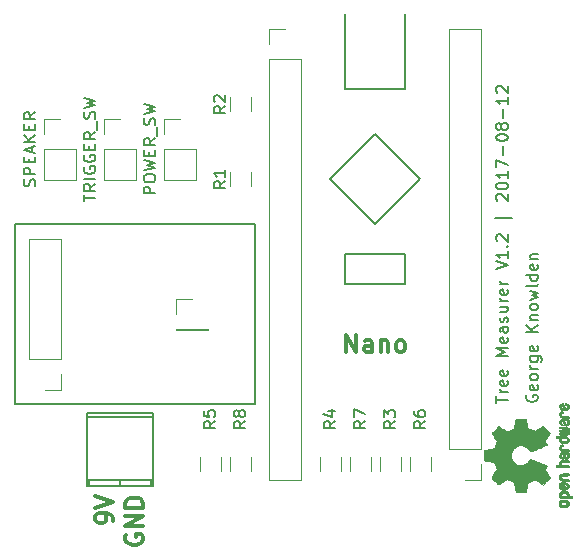
<source format=gbr>
G04 #@! TF.FileFunction,Legend,Top*
%FSLAX46Y46*%
G04 Gerber Fmt 4.6, Leading zero omitted, Abs format (unit mm)*
G04 Created by KiCad (PCBNEW 4.0.5) date 08/12/17 16:39:25*
%MOMM*%
%LPD*%
G01*
G04 APERTURE LIST*
%ADD10C,0.100000*%
%ADD11C,0.200000*%
%ADD12C,0.300000*%
%ADD13C,0.120000*%
%ADD14C,0.150000*%
%ADD15C,0.010000*%
G04 APERTURE END LIST*
D10*
D11*
X149995000Y-110998095D02*
X149947381Y-111093333D01*
X149947381Y-111236190D01*
X149995000Y-111379048D01*
X150090238Y-111474286D01*
X150185476Y-111521905D01*
X150375952Y-111569524D01*
X150518810Y-111569524D01*
X150709286Y-111521905D01*
X150804524Y-111474286D01*
X150899762Y-111379048D01*
X150947381Y-111236190D01*
X150947381Y-111140952D01*
X150899762Y-110998095D01*
X150852143Y-110950476D01*
X150518810Y-110950476D01*
X150518810Y-111140952D01*
X150899762Y-110140952D02*
X150947381Y-110236190D01*
X150947381Y-110426667D01*
X150899762Y-110521905D01*
X150804524Y-110569524D01*
X150423571Y-110569524D01*
X150328333Y-110521905D01*
X150280714Y-110426667D01*
X150280714Y-110236190D01*
X150328333Y-110140952D01*
X150423571Y-110093333D01*
X150518810Y-110093333D01*
X150614048Y-110569524D01*
X150947381Y-109521905D02*
X150899762Y-109617143D01*
X150852143Y-109664762D01*
X150756905Y-109712381D01*
X150471190Y-109712381D01*
X150375952Y-109664762D01*
X150328333Y-109617143D01*
X150280714Y-109521905D01*
X150280714Y-109379047D01*
X150328333Y-109283809D01*
X150375952Y-109236190D01*
X150471190Y-109188571D01*
X150756905Y-109188571D01*
X150852143Y-109236190D01*
X150899762Y-109283809D01*
X150947381Y-109379047D01*
X150947381Y-109521905D01*
X150947381Y-108760000D02*
X150280714Y-108760000D01*
X150471190Y-108760000D02*
X150375952Y-108712381D01*
X150328333Y-108664762D01*
X150280714Y-108569524D01*
X150280714Y-108474285D01*
X150280714Y-107712380D02*
X151090238Y-107712380D01*
X151185476Y-107759999D01*
X151233095Y-107807618D01*
X151280714Y-107902857D01*
X151280714Y-108045714D01*
X151233095Y-108140952D01*
X150899762Y-107712380D02*
X150947381Y-107807618D01*
X150947381Y-107998095D01*
X150899762Y-108093333D01*
X150852143Y-108140952D01*
X150756905Y-108188571D01*
X150471190Y-108188571D01*
X150375952Y-108140952D01*
X150328333Y-108093333D01*
X150280714Y-107998095D01*
X150280714Y-107807618D01*
X150328333Y-107712380D01*
X150899762Y-106855237D02*
X150947381Y-106950475D01*
X150947381Y-107140952D01*
X150899762Y-107236190D01*
X150804524Y-107283809D01*
X150423571Y-107283809D01*
X150328333Y-107236190D01*
X150280714Y-107140952D01*
X150280714Y-106950475D01*
X150328333Y-106855237D01*
X150423571Y-106807618D01*
X150518810Y-106807618D01*
X150614048Y-107283809D01*
X150947381Y-105617142D02*
X149947381Y-105617142D01*
X150947381Y-105045713D02*
X150375952Y-105474285D01*
X149947381Y-105045713D02*
X150518810Y-105617142D01*
X150280714Y-104617142D02*
X150947381Y-104617142D01*
X150375952Y-104617142D02*
X150328333Y-104569523D01*
X150280714Y-104474285D01*
X150280714Y-104331427D01*
X150328333Y-104236189D01*
X150423571Y-104188570D01*
X150947381Y-104188570D01*
X150947381Y-103569523D02*
X150899762Y-103664761D01*
X150852143Y-103712380D01*
X150756905Y-103759999D01*
X150471190Y-103759999D01*
X150375952Y-103712380D01*
X150328333Y-103664761D01*
X150280714Y-103569523D01*
X150280714Y-103426665D01*
X150328333Y-103331427D01*
X150375952Y-103283808D01*
X150471190Y-103236189D01*
X150756905Y-103236189D01*
X150852143Y-103283808D01*
X150899762Y-103331427D01*
X150947381Y-103426665D01*
X150947381Y-103569523D01*
X150280714Y-102902856D02*
X150947381Y-102712380D01*
X150471190Y-102521903D01*
X150947381Y-102331427D01*
X150280714Y-102140951D01*
X150947381Y-101617142D02*
X150899762Y-101712380D01*
X150804524Y-101759999D01*
X149947381Y-101759999D01*
X150947381Y-100807617D02*
X149947381Y-100807617D01*
X150899762Y-100807617D02*
X150947381Y-100902855D01*
X150947381Y-101093332D01*
X150899762Y-101188570D01*
X150852143Y-101236189D01*
X150756905Y-101283808D01*
X150471190Y-101283808D01*
X150375952Y-101236189D01*
X150328333Y-101188570D01*
X150280714Y-101093332D01*
X150280714Y-100902855D01*
X150328333Y-100807617D01*
X150899762Y-99950474D02*
X150947381Y-100045712D01*
X150947381Y-100236189D01*
X150899762Y-100331427D01*
X150804524Y-100379046D01*
X150423571Y-100379046D01*
X150328333Y-100331427D01*
X150280714Y-100236189D01*
X150280714Y-100045712D01*
X150328333Y-99950474D01*
X150423571Y-99902855D01*
X150518810Y-99902855D01*
X150614048Y-100379046D01*
X150280714Y-99474284D02*
X150947381Y-99474284D01*
X150375952Y-99474284D02*
X150328333Y-99426665D01*
X150280714Y-99331427D01*
X150280714Y-99188569D01*
X150328333Y-99093331D01*
X150423571Y-99045712D01*
X150947381Y-99045712D01*
X134620000Y-83820000D02*
X134620000Y-80010000D01*
X139700000Y-83820000D02*
X139700000Y-80010000D01*
X147407381Y-111664762D02*
X147407381Y-111093333D01*
X148407381Y-111379048D02*
X147407381Y-111379048D01*
X148407381Y-110760000D02*
X147740714Y-110760000D01*
X147931190Y-110760000D02*
X147835952Y-110712381D01*
X147788333Y-110664762D01*
X147740714Y-110569524D01*
X147740714Y-110474285D01*
X148359762Y-109759999D02*
X148407381Y-109855237D01*
X148407381Y-110045714D01*
X148359762Y-110140952D01*
X148264524Y-110188571D01*
X147883571Y-110188571D01*
X147788333Y-110140952D01*
X147740714Y-110045714D01*
X147740714Y-109855237D01*
X147788333Y-109759999D01*
X147883571Y-109712380D01*
X147978810Y-109712380D01*
X148074048Y-110188571D01*
X148359762Y-108902856D02*
X148407381Y-108998094D01*
X148407381Y-109188571D01*
X148359762Y-109283809D01*
X148264524Y-109331428D01*
X147883571Y-109331428D01*
X147788333Y-109283809D01*
X147740714Y-109188571D01*
X147740714Y-108998094D01*
X147788333Y-108902856D01*
X147883571Y-108855237D01*
X147978810Y-108855237D01*
X148074048Y-109331428D01*
X148407381Y-107664761D02*
X147407381Y-107664761D01*
X148121667Y-107331427D01*
X147407381Y-106998094D01*
X148407381Y-106998094D01*
X148359762Y-106140951D02*
X148407381Y-106236189D01*
X148407381Y-106426666D01*
X148359762Y-106521904D01*
X148264524Y-106569523D01*
X147883571Y-106569523D01*
X147788333Y-106521904D01*
X147740714Y-106426666D01*
X147740714Y-106236189D01*
X147788333Y-106140951D01*
X147883571Y-106093332D01*
X147978810Y-106093332D01*
X148074048Y-106569523D01*
X148407381Y-105236189D02*
X147883571Y-105236189D01*
X147788333Y-105283808D01*
X147740714Y-105379046D01*
X147740714Y-105569523D01*
X147788333Y-105664761D01*
X148359762Y-105236189D02*
X148407381Y-105331427D01*
X148407381Y-105569523D01*
X148359762Y-105664761D01*
X148264524Y-105712380D01*
X148169286Y-105712380D01*
X148074048Y-105664761D01*
X148026429Y-105569523D01*
X148026429Y-105331427D01*
X147978810Y-105236189D01*
X148359762Y-104807618D02*
X148407381Y-104712380D01*
X148407381Y-104521904D01*
X148359762Y-104426665D01*
X148264524Y-104379046D01*
X148216905Y-104379046D01*
X148121667Y-104426665D01*
X148074048Y-104521904D01*
X148074048Y-104664761D01*
X148026429Y-104759999D01*
X147931190Y-104807618D01*
X147883571Y-104807618D01*
X147788333Y-104759999D01*
X147740714Y-104664761D01*
X147740714Y-104521904D01*
X147788333Y-104426665D01*
X147740714Y-103521903D02*
X148407381Y-103521903D01*
X147740714Y-103950475D02*
X148264524Y-103950475D01*
X148359762Y-103902856D01*
X148407381Y-103807618D01*
X148407381Y-103664760D01*
X148359762Y-103569522D01*
X148312143Y-103521903D01*
X148407381Y-103045713D02*
X147740714Y-103045713D01*
X147931190Y-103045713D02*
X147835952Y-102998094D01*
X147788333Y-102950475D01*
X147740714Y-102855237D01*
X147740714Y-102759998D01*
X148359762Y-102045712D02*
X148407381Y-102140950D01*
X148407381Y-102331427D01*
X148359762Y-102426665D01*
X148264524Y-102474284D01*
X147883571Y-102474284D01*
X147788333Y-102426665D01*
X147740714Y-102331427D01*
X147740714Y-102140950D01*
X147788333Y-102045712D01*
X147883571Y-101998093D01*
X147978810Y-101998093D01*
X148074048Y-102474284D01*
X148407381Y-101569522D02*
X147740714Y-101569522D01*
X147931190Y-101569522D02*
X147835952Y-101521903D01*
X147788333Y-101474284D01*
X147740714Y-101379046D01*
X147740714Y-101283807D01*
X147407381Y-100331426D02*
X148407381Y-99998093D01*
X147407381Y-99664759D01*
X148407381Y-98807616D02*
X148407381Y-99379045D01*
X148407381Y-99093331D02*
X147407381Y-99093331D01*
X147550238Y-99188569D01*
X147645476Y-99283807D01*
X147693095Y-99379045D01*
X148312143Y-98379045D02*
X148359762Y-98331426D01*
X148407381Y-98379045D01*
X148359762Y-98426664D01*
X148312143Y-98379045D01*
X148407381Y-98379045D01*
X147502619Y-97950474D02*
X147455000Y-97902855D01*
X147407381Y-97807617D01*
X147407381Y-97569521D01*
X147455000Y-97474283D01*
X147502619Y-97426664D01*
X147597857Y-97379045D01*
X147693095Y-97379045D01*
X147835952Y-97426664D01*
X148407381Y-97998093D01*
X148407381Y-97379045D01*
X148740714Y-95950474D02*
X147312143Y-95950474D01*
X147502619Y-94521902D02*
X147455000Y-94474283D01*
X147407381Y-94379045D01*
X147407381Y-94140949D01*
X147455000Y-94045711D01*
X147502619Y-93998092D01*
X147597857Y-93950473D01*
X147693095Y-93950473D01*
X147835952Y-93998092D01*
X148407381Y-94569521D01*
X148407381Y-93950473D01*
X147407381Y-93331426D02*
X147407381Y-93236187D01*
X147455000Y-93140949D01*
X147502619Y-93093330D01*
X147597857Y-93045711D01*
X147788333Y-92998092D01*
X148026429Y-92998092D01*
X148216905Y-93045711D01*
X148312143Y-93093330D01*
X148359762Y-93140949D01*
X148407381Y-93236187D01*
X148407381Y-93331426D01*
X148359762Y-93426664D01*
X148312143Y-93474283D01*
X148216905Y-93521902D01*
X148026429Y-93569521D01*
X147788333Y-93569521D01*
X147597857Y-93521902D01*
X147502619Y-93474283D01*
X147455000Y-93426664D01*
X147407381Y-93331426D01*
X148407381Y-92045711D02*
X148407381Y-92617140D01*
X148407381Y-92331426D02*
X147407381Y-92331426D01*
X147550238Y-92426664D01*
X147645476Y-92521902D01*
X147693095Y-92617140D01*
X147407381Y-91712378D02*
X147407381Y-91045711D01*
X148407381Y-91474283D01*
X148026429Y-90664759D02*
X148026429Y-89902854D01*
X147407381Y-89236188D02*
X147407381Y-89140949D01*
X147455000Y-89045711D01*
X147502619Y-88998092D01*
X147597857Y-88950473D01*
X147788333Y-88902854D01*
X148026429Y-88902854D01*
X148216905Y-88950473D01*
X148312143Y-88998092D01*
X148359762Y-89045711D01*
X148407381Y-89140949D01*
X148407381Y-89236188D01*
X148359762Y-89331426D01*
X148312143Y-89379045D01*
X148216905Y-89426664D01*
X148026429Y-89474283D01*
X147788333Y-89474283D01*
X147597857Y-89426664D01*
X147502619Y-89379045D01*
X147455000Y-89331426D01*
X147407381Y-89236188D01*
X147835952Y-88331426D02*
X147788333Y-88426664D01*
X147740714Y-88474283D01*
X147645476Y-88521902D01*
X147597857Y-88521902D01*
X147502619Y-88474283D01*
X147455000Y-88426664D01*
X147407381Y-88331426D01*
X147407381Y-88140949D01*
X147455000Y-88045711D01*
X147502619Y-87998092D01*
X147597857Y-87950473D01*
X147645476Y-87950473D01*
X147740714Y-87998092D01*
X147788333Y-88045711D01*
X147835952Y-88140949D01*
X147835952Y-88331426D01*
X147883571Y-88426664D01*
X147931190Y-88474283D01*
X148026429Y-88521902D01*
X148216905Y-88521902D01*
X148312143Y-88474283D01*
X148359762Y-88426664D01*
X148407381Y-88331426D01*
X148407381Y-88140949D01*
X148359762Y-88045711D01*
X148312143Y-87998092D01*
X148216905Y-87950473D01*
X148026429Y-87950473D01*
X147931190Y-87998092D01*
X147883571Y-88045711D01*
X147835952Y-88140949D01*
X148026429Y-87521902D02*
X148026429Y-86759997D01*
X148407381Y-85759997D02*
X148407381Y-86331426D01*
X148407381Y-86045712D02*
X147407381Y-86045712D01*
X147550238Y-86140950D01*
X147645476Y-86236188D01*
X147693095Y-86331426D01*
X147502619Y-85379045D02*
X147455000Y-85331426D01*
X147407381Y-85236188D01*
X147407381Y-84998092D01*
X147455000Y-84902854D01*
X147502619Y-84855235D01*
X147597857Y-84807616D01*
X147693095Y-84807616D01*
X147835952Y-84855235D01*
X148407381Y-85426664D01*
X148407381Y-84807616D01*
D12*
X134695714Y-107358571D02*
X134695714Y-105858571D01*
X135552857Y-107358571D01*
X135552857Y-105858571D01*
X136910000Y-107358571D02*
X136910000Y-106572857D01*
X136838571Y-106430000D01*
X136695714Y-106358571D01*
X136410000Y-106358571D01*
X136267143Y-106430000D01*
X136910000Y-107287143D02*
X136767143Y-107358571D01*
X136410000Y-107358571D01*
X136267143Y-107287143D01*
X136195714Y-107144286D01*
X136195714Y-107001429D01*
X136267143Y-106858571D01*
X136410000Y-106787143D01*
X136767143Y-106787143D01*
X136910000Y-106715714D01*
X137624286Y-106358571D02*
X137624286Y-107358571D01*
X137624286Y-106501429D02*
X137695714Y-106430000D01*
X137838572Y-106358571D01*
X138052857Y-106358571D01*
X138195714Y-106430000D01*
X138267143Y-106572857D01*
X138267143Y-107358571D01*
X139195715Y-107358571D02*
X139052857Y-107287143D01*
X138981429Y-107215714D01*
X138910000Y-107072857D01*
X138910000Y-106644286D01*
X138981429Y-106501429D01*
X139052857Y-106430000D01*
X139195715Y-106358571D01*
X139410000Y-106358571D01*
X139552857Y-106430000D01*
X139624286Y-106501429D01*
X139695715Y-106644286D01*
X139695715Y-107072857D01*
X139624286Y-107215714D01*
X139552857Y-107287143D01*
X139410000Y-107358571D01*
X139195715Y-107358571D01*
D11*
X139700000Y-80010000D02*
X139700000Y-78740000D01*
X134620000Y-80010000D02*
X134620000Y-78740000D01*
X134620000Y-85090000D02*
X134620000Y-83820000D01*
X139700000Y-85090000D02*
X139700000Y-83820000D01*
X134620000Y-85090000D02*
X139700000Y-85090000D01*
X134620000Y-101600000D02*
X134620000Y-99060000D01*
X139700000Y-101600000D02*
X134620000Y-101600000D01*
X139700000Y-99060000D02*
X139700000Y-101600000D01*
X134620000Y-99060000D02*
X139700000Y-99060000D01*
X140970000Y-92710000D02*
X137160000Y-88900000D01*
X137160000Y-96520000D02*
X140970000Y-92710000D01*
X133350000Y-92710000D02*
X137160000Y-96520000D01*
X137160000Y-88900000D02*
X133350000Y-92710000D01*
D12*
X116090000Y-122808572D02*
X116018571Y-122951429D01*
X116018571Y-123165715D01*
X116090000Y-123380000D01*
X116232857Y-123522858D01*
X116375714Y-123594286D01*
X116661429Y-123665715D01*
X116875714Y-123665715D01*
X117161429Y-123594286D01*
X117304286Y-123522858D01*
X117447143Y-123380000D01*
X117518571Y-123165715D01*
X117518571Y-123022858D01*
X117447143Y-122808572D01*
X117375714Y-122737143D01*
X116875714Y-122737143D01*
X116875714Y-123022858D01*
X117518571Y-122094286D02*
X116018571Y-122094286D01*
X117518571Y-121237143D01*
X116018571Y-121237143D01*
X117518571Y-120522857D02*
X116018571Y-120522857D01*
X116018571Y-120165714D01*
X116090000Y-119951429D01*
X116232857Y-119808571D01*
X116375714Y-119737143D01*
X116661429Y-119665714D01*
X116875714Y-119665714D01*
X117161429Y-119737143D01*
X117304286Y-119808571D01*
X117447143Y-119951429D01*
X117518571Y-120165714D01*
X117518571Y-120522857D01*
X114978571Y-121665714D02*
X114978571Y-121379999D01*
X114907143Y-121237142D01*
X114835714Y-121165714D01*
X114621429Y-121022856D01*
X114335714Y-120951428D01*
X113764286Y-120951428D01*
X113621429Y-121022856D01*
X113550000Y-121094285D01*
X113478571Y-121237142D01*
X113478571Y-121522856D01*
X113550000Y-121665714D01*
X113621429Y-121737142D01*
X113764286Y-121808571D01*
X114121429Y-121808571D01*
X114264286Y-121737142D01*
X114335714Y-121665714D01*
X114407143Y-121522856D01*
X114407143Y-121237142D01*
X114335714Y-121094285D01*
X114264286Y-121022856D01*
X114121429Y-120951428D01*
X113478571Y-120522857D02*
X114978571Y-120022857D01*
X113478571Y-119522857D01*
D11*
X106680000Y-96520000D02*
X106680000Y-111760000D01*
X127000000Y-96520000D02*
X106680000Y-96520000D01*
X127000000Y-111760000D02*
X127000000Y-96520000D01*
X106680000Y-111760000D02*
X127000000Y-111760000D01*
D13*
X119320000Y-90170000D02*
X119320000Y-92770000D01*
X119320000Y-92770000D02*
X121980000Y-92770000D01*
X121980000Y-92770000D02*
X121980000Y-90170000D01*
X121980000Y-90170000D02*
X119320000Y-90170000D01*
X119320000Y-88900000D02*
X119320000Y-87570000D01*
X119320000Y-87570000D02*
X120650000Y-87570000D01*
D14*
X118369080Y-118170960D02*
X112770920Y-118170960D01*
X112969040Y-118668800D02*
X112969040Y-118170960D01*
X118170960Y-118170960D02*
X118170960Y-118668800D01*
X115570000Y-118668800D02*
X115570000Y-118170960D01*
X112770920Y-112869980D02*
X118369080Y-112869980D01*
X112770920Y-118668800D02*
X118369080Y-118668800D01*
X118369080Y-118668800D02*
X118369080Y-112471200D01*
X118369080Y-112471200D02*
X112770920Y-112471200D01*
X112770920Y-112471200D02*
X112770920Y-118668800D01*
D13*
X146110000Y-115570000D02*
X146110000Y-79950000D01*
X146110000Y-79950000D02*
X143450000Y-79950000D01*
X143450000Y-79950000D02*
X143450000Y-115570000D01*
X143450000Y-115570000D02*
X146110000Y-115570000D01*
X146110000Y-116840000D02*
X146110000Y-118170000D01*
X146110000Y-118170000D02*
X144780000Y-118170000D01*
X128210000Y-82550000D02*
X128210000Y-118170000D01*
X128210000Y-118170000D02*
X130870000Y-118170000D01*
X130870000Y-118170000D02*
X130870000Y-82550000D01*
X130870000Y-82550000D02*
X128210000Y-82550000D01*
X128210000Y-81280000D02*
X128210000Y-79950000D01*
X128210000Y-79950000D02*
X129540000Y-79950000D01*
X114240000Y-90170000D02*
X114240000Y-92770000D01*
X114240000Y-92770000D02*
X116900000Y-92770000D01*
X116900000Y-92770000D02*
X116900000Y-90170000D01*
X116900000Y-90170000D02*
X114240000Y-90170000D01*
X114240000Y-88900000D02*
X114240000Y-87570000D01*
X114240000Y-87570000D02*
X115570000Y-87570000D01*
X110550000Y-107950000D02*
X110550000Y-97730000D01*
X110550000Y-97730000D02*
X107890000Y-97730000D01*
X107890000Y-97730000D02*
X107890000Y-107950000D01*
X107890000Y-107950000D02*
X110550000Y-107950000D01*
X110550000Y-109220000D02*
X110550000Y-110550000D01*
X110550000Y-110550000D02*
X109220000Y-110550000D01*
X126610000Y-92110000D02*
X126610000Y-93310000D01*
X124850000Y-93310000D02*
X124850000Y-92110000D01*
X126610000Y-85760000D02*
X126610000Y-86960000D01*
X124850000Y-86960000D02*
X124850000Y-85760000D01*
X139310000Y-116240000D02*
X139310000Y-117440000D01*
X137550000Y-117440000D02*
X137550000Y-116240000D01*
X134230000Y-116240000D02*
X134230000Y-117440000D01*
X132470000Y-117440000D02*
X132470000Y-116240000D01*
X124070000Y-116240000D02*
X124070000Y-117440000D01*
X122310000Y-117440000D02*
X122310000Y-116240000D01*
X141850000Y-116240000D02*
X141850000Y-117440000D01*
X140090000Y-117440000D02*
X140090000Y-116240000D01*
X136770000Y-116240000D02*
X136770000Y-117440000D01*
X135010000Y-117440000D02*
X135010000Y-116240000D01*
X126610000Y-116240000D02*
X126610000Y-117440000D01*
X124850000Y-117440000D02*
X124850000Y-116240000D01*
X120320000Y-105410000D02*
X120320000Y-105470000D01*
X120320000Y-105470000D02*
X122980000Y-105470000D01*
X122980000Y-105470000D02*
X122980000Y-105410000D01*
X122980000Y-105410000D02*
X120320000Y-105410000D01*
X120320000Y-104140000D02*
X120320000Y-102810000D01*
X120320000Y-102810000D02*
X121650000Y-102810000D01*
X109160000Y-90170000D02*
X109160000Y-92770000D01*
X109160000Y-92770000D02*
X111820000Y-92770000D01*
X111820000Y-92770000D02*
X111820000Y-90170000D01*
X111820000Y-90170000D02*
X109160000Y-90170000D01*
X109160000Y-88900000D02*
X109160000Y-87570000D01*
X109160000Y-87570000D02*
X110490000Y-87570000D01*
D15*
G36*
X152698505Y-119309114D02*
X152735727Y-119234461D01*
X152804261Y-119168569D01*
X152829648Y-119150423D01*
X152862866Y-119130655D01*
X152898945Y-119117828D01*
X152947098Y-119110490D01*
X153016536Y-119107187D01*
X153108206Y-119106462D01*
X153233830Y-119109737D01*
X153328154Y-119121123D01*
X153398523Y-119142959D01*
X153452286Y-119177581D01*
X153496788Y-119227330D01*
X153499423Y-119230986D01*
X153526377Y-119280015D01*
X153539712Y-119339055D01*
X153543000Y-119414141D01*
X153543000Y-119536205D01*
X153661497Y-119536256D01*
X153727492Y-119537392D01*
X153766202Y-119544314D01*
X153789419Y-119562402D01*
X153808933Y-119597038D01*
X153812920Y-119605355D01*
X153831603Y-119644280D01*
X153843403Y-119674417D01*
X153844422Y-119696826D01*
X153830761Y-119712567D01*
X153798522Y-119722698D01*
X153743804Y-119728277D01*
X153662711Y-119730365D01*
X153551344Y-119730019D01*
X153405802Y-119728300D01*
X153362269Y-119727763D01*
X153212205Y-119725828D01*
X153114042Y-119724096D01*
X153114042Y-119536308D01*
X153197364Y-119535252D01*
X153251880Y-119530562D01*
X153287837Y-119519949D01*
X153315482Y-119501128D01*
X153328965Y-119488350D01*
X153368417Y-119436110D01*
X153371628Y-119389858D01*
X153339049Y-119342133D01*
X153337846Y-119340923D01*
X153312668Y-119321506D01*
X153278447Y-119309693D01*
X153225748Y-119303735D01*
X153145131Y-119301880D01*
X153127271Y-119301846D01*
X153016175Y-119306330D01*
X152939161Y-119320926D01*
X152892147Y-119347350D01*
X152871050Y-119387317D01*
X152868923Y-119410416D01*
X152878900Y-119465238D01*
X152911752Y-119502842D01*
X152971857Y-119525477D01*
X153063598Y-119535394D01*
X153114042Y-119536308D01*
X153114042Y-119724096D01*
X153096060Y-119723778D01*
X153008679Y-119721127D01*
X152944905Y-119717394D01*
X152899582Y-119712093D01*
X152867555Y-119704742D01*
X152843668Y-119694857D01*
X152822764Y-119681954D01*
X152814898Y-119676421D01*
X152740595Y-119603031D01*
X152698467Y-119510240D01*
X152686722Y-119402904D01*
X152698505Y-119309114D01*
X152698505Y-119309114D01*
G37*
X152698505Y-119309114D02*
X152735727Y-119234461D01*
X152804261Y-119168569D01*
X152829648Y-119150423D01*
X152862866Y-119130655D01*
X152898945Y-119117828D01*
X152947098Y-119110490D01*
X153016536Y-119107187D01*
X153108206Y-119106462D01*
X153233830Y-119109737D01*
X153328154Y-119121123D01*
X153398523Y-119142959D01*
X153452286Y-119177581D01*
X153496788Y-119227330D01*
X153499423Y-119230986D01*
X153526377Y-119280015D01*
X153539712Y-119339055D01*
X153543000Y-119414141D01*
X153543000Y-119536205D01*
X153661497Y-119536256D01*
X153727492Y-119537392D01*
X153766202Y-119544314D01*
X153789419Y-119562402D01*
X153808933Y-119597038D01*
X153812920Y-119605355D01*
X153831603Y-119644280D01*
X153843403Y-119674417D01*
X153844422Y-119696826D01*
X153830761Y-119712567D01*
X153798522Y-119722698D01*
X153743804Y-119728277D01*
X153662711Y-119730365D01*
X153551344Y-119730019D01*
X153405802Y-119728300D01*
X153362269Y-119727763D01*
X153212205Y-119725828D01*
X153114042Y-119724096D01*
X153114042Y-119536308D01*
X153197364Y-119535252D01*
X153251880Y-119530562D01*
X153287837Y-119519949D01*
X153315482Y-119501128D01*
X153328965Y-119488350D01*
X153368417Y-119436110D01*
X153371628Y-119389858D01*
X153339049Y-119342133D01*
X153337846Y-119340923D01*
X153312668Y-119321506D01*
X153278447Y-119309693D01*
X153225748Y-119303735D01*
X153145131Y-119301880D01*
X153127271Y-119301846D01*
X153016175Y-119306330D01*
X152939161Y-119320926D01*
X152892147Y-119347350D01*
X152871050Y-119387317D01*
X152868923Y-119410416D01*
X152878900Y-119465238D01*
X152911752Y-119502842D01*
X152971857Y-119525477D01*
X153063598Y-119535394D01*
X153114042Y-119536308D01*
X153114042Y-119724096D01*
X153096060Y-119723778D01*
X153008679Y-119721127D01*
X152944905Y-119717394D01*
X152899582Y-119712093D01*
X152867555Y-119704742D01*
X152843668Y-119694857D01*
X152822764Y-119681954D01*
X152814898Y-119676421D01*
X152740595Y-119603031D01*
X152698467Y-119510240D01*
X152686722Y-119402904D01*
X152698505Y-119309114D01*
G36*
X152709089Y-117806336D02*
X152745358Y-117743633D01*
X152781358Y-117700039D01*
X152819075Y-117668155D01*
X152865199Y-117646190D01*
X152926421Y-117632351D01*
X153009431Y-117624847D01*
X153120919Y-117621883D01*
X153201062Y-117621539D01*
X153496065Y-117621539D01*
X153570515Y-117787615D01*
X153247402Y-117797385D01*
X153126729Y-117801421D01*
X153039141Y-117805656D01*
X152978650Y-117810903D01*
X152939268Y-117817975D01*
X152915007Y-117827689D01*
X152899880Y-117840856D01*
X152896606Y-117845081D01*
X152871034Y-117909091D01*
X152881153Y-117973792D01*
X152908000Y-118012308D01*
X152927024Y-118027975D01*
X152951988Y-118038820D01*
X152989834Y-118045712D01*
X153047502Y-118049521D01*
X153131935Y-118051117D01*
X153219928Y-118051385D01*
X153330323Y-118051437D01*
X153408463Y-118053328D01*
X153461165Y-118059655D01*
X153495242Y-118073017D01*
X153517511Y-118096015D01*
X153534787Y-118131246D01*
X153552738Y-118178303D01*
X153572278Y-118229697D01*
X153225485Y-118223579D01*
X153100468Y-118221116D01*
X153008082Y-118218233D01*
X152941881Y-118214102D01*
X152895420Y-118207893D01*
X152862256Y-118198774D01*
X152835944Y-118185917D01*
X152812729Y-118170416D01*
X152738569Y-118095629D01*
X152695684Y-118004372D01*
X152685412Y-117905117D01*
X152709089Y-117806336D01*
X152709089Y-117806336D01*
G37*
X152709089Y-117806336D02*
X152745358Y-117743633D01*
X152781358Y-117700039D01*
X152819075Y-117668155D01*
X152865199Y-117646190D01*
X152926421Y-117632351D01*
X153009431Y-117624847D01*
X153120919Y-117621883D01*
X153201062Y-117621539D01*
X153496065Y-117621539D01*
X153570515Y-117787615D01*
X153247402Y-117797385D01*
X153126729Y-117801421D01*
X153039141Y-117805656D01*
X152978650Y-117810903D01*
X152939268Y-117817975D01*
X152915007Y-117827689D01*
X152899880Y-117840856D01*
X152896606Y-117845081D01*
X152871034Y-117909091D01*
X152881153Y-117973792D01*
X152908000Y-118012308D01*
X152927024Y-118027975D01*
X152951988Y-118038820D01*
X152989834Y-118045712D01*
X153047502Y-118049521D01*
X153131935Y-118051117D01*
X153219928Y-118051385D01*
X153330323Y-118051437D01*
X153408463Y-118053328D01*
X153461165Y-118059655D01*
X153495242Y-118073017D01*
X153517511Y-118096015D01*
X153534787Y-118131246D01*
X153552738Y-118178303D01*
X153572278Y-118229697D01*
X153225485Y-118223579D01*
X153100468Y-118221116D01*
X153008082Y-118218233D01*
X152941881Y-118214102D01*
X152895420Y-118207893D01*
X152862256Y-118198774D01*
X152835944Y-118185917D01*
X152812729Y-118170416D01*
X152738569Y-118095629D01*
X152695684Y-118004372D01*
X152685412Y-117905117D01*
X152709089Y-117806336D01*
G36*
X152701256Y-120061114D02*
X152749409Y-119969536D01*
X152826905Y-119901951D01*
X152876727Y-119877943D01*
X152951533Y-119859262D01*
X153046052Y-119849699D01*
X153149210Y-119848792D01*
X153249935Y-119856079D01*
X153337153Y-119871097D01*
X153399791Y-119893385D01*
X153410579Y-119900235D01*
X153491105Y-119981368D01*
X153539336Y-120077734D01*
X153553450Y-120182299D01*
X153531629Y-120288032D01*
X153518547Y-120317457D01*
X153478231Y-120374759D01*
X153424775Y-120425050D01*
X153417995Y-120429803D01*
X153385321Y-120449122D01*
X153350394Y-120461892D01*
X153304414Y-120469436D01*
X153238584Y-120473076D01*
X153144105Y-120474135D01*
X153122923Y-120474154D01*
X153116182Y-120474106D01*
X153116182Y-120278769D01*
X153205349Y-120277632D01*
X153264520Y-120273159D01*
X153302741Y-120263754D01*
X153329053Y-120247824D01*
X153337846Y-120239692D01*
X153371261Y-120192942D01*
X153369737Y-120147553D01*
X153340752Y-120101660D01*
X153309809Y-120074288D01*
X153264643Y-120058077D01*
X153193420Y-120048974D01*
X153185114Y-120048349D01*
X153056037Y-120046796D01*
X152960172Y-120063035D01*
X152898107Y-120096848D01*
X152870432Y-120148016D01*
X152868923Y-120166280D01*
X152876513Y-120214240D01*
X152902808Y-120247047D01*
X152953095Y-120267105D01*
X153032664Y-120276822D01*
X153116182Y-120278769D01*
X153116182Y-120474106D01*
X153022249Y-120473426D01*
X152951906Y-120470371D01*
X152903163Y-120463678D01*
X152867288Y-120452040D01*
X152835548Y-120434147D01*
X152829648Y-120430192D01*
X152750104Y-120363733D01*
X152703929Y-120291315D01*
X152685599Y-120203151D01*
X152684703Y-120173213D01*
X152701256Y-120061114D01*
X152701256Y-120061114D01*
G37*
X152701256Y-120061114D02*
X152749409Y-119969536D01*
X152826905Y-119901951D01*
X152876727Y-119877943D01*
X152951533Y-119859262D01*
X153046052Y-119849699D01*
X153149210Y-119848792D01*
X153249935Y-119856079D01*
X153337153Y-119871097D01*
X153399791Y-119893385D01*
X153410579Y-119900235D01*
X153491105Y-119981368D01*
X153539336Y-120077734D01*
X153553450Y-120182299D01*
X153531629Y-120288032D01*
X153518547Y-120317457D01*
X153478231Y-120374759D01*
X153424775Y-120425050D01*
X153417995Y-120429803D01*
X153385321Y-120449122D01*
X153350394Y-120461892D01*
X153304414Y-120469436D01*
X153238584Y-120473076D01*
X153144105Y-120474135D01*
X153122923Y-120474154D01*
X153116182Y-120474106D01*
X153116182Y-120278769D01*
X153205349Y-120277632D01*
X153264520Y-120273159D01*
X153302741Y-120263754D01*
X153329053Y-120247824D01*
X153337846Y-120239692D01*
X153371261Y-120192942D01*
X153369737Y-120147553D01*
X153340752Y-120101660D01*
X153309809Y-120074288D01*
X153264643Y-120058077D01*
X153193420Y-120048974D01*
X153185114Y-120048349D01*
X153056037Y-120046796D01*
X152960172Y-120063035D01*
X152898107Y-120096848D01*
X152870432Y-120148016D01*
X152868923Y-120166280D01*
X152876513Y-120214240D01*
X152902808Y-120247047D01*
X152953095Y-120267105D01*
X153032664Y-120276822D01*
X153116182Y-120278769D01*
X153116182Y-120474106D01*
X153022249Y-120473426D01*
X152951906Y-120470371D01*
X152903163Y-120463678D01*
X152867288Y-120452040D01*
X152835548Y-120434147D01*
X152829648Y-120430192D01*
X152750104Y-120363733D01*
X152703929Y-120291315D01*
X152685599Y-120203151D01*
X152684703Y-120173213D01*
X152701256Y-120061114D01*
G36*
X152713745Y-118543746D02*
X152765567Y-118466714D01*
X152840412Y-118407184D01*
X152935654Y-118371622D01*
X153005756Y-118364429D01*
X153035009Y-118365246D01*
X153057407Y-118372086D01*
X153077474Y-118390888D01*
X153099733Y-118427592D01*
X153128709Y-118488138D01*
X153168927Y-118578466D01*
X153169129Y-118578923D01*
X153207210Y-118662067D01*
X153241025Y-118730247D01*
X153266933Y-118776495D01*
X153281295Y-118793842D01*
X153281411Y-118793846D01*
X153312685Y-118778557D01*
X153347157Y-118742804D01*
X153371990Y-118701758D01*
X153376923Y-118680963D01*
X153359862Y-118624230D01*
X153317133Y-118575373D01*
X153270155Y-118551535D01*
X153235522Y-118528603D01*
X153196081Y-118483682D01*
X153162009Y-118430877D01*
X153143480Y-118384290D01*
X153142462Y-118374548D01*
X153159215Y-118363582D01*
X153202039Y-118362921D01*
X153259781Y-118370980D01*
X153321289Y-118386173D01*
X153375409Y-118406914D01*
X153377510Y-118407962D01*
X153464660Y-118470379D01*
X153523939Y-118551274D01*
X153553034Y-118643144D01*
X153549634Y-118738487D01*
X153511428Y-118829802D01*
X153508741Y-118833862D01*
X153443642Y-118905694D01*
X153358705Y-118952927D01*
X153247021Y-118979066D01*
X153215643Y-118982574D01*
X153067536Y-118988787D01*
X152998468Y-118981339D01*
X152998468Y-118793846D01*
X153041552Y-118791410D01*
X153054126Y-118778086D01*
X153044719Y-118744868D01*
X153022483Y-118692506D01*
X152994610Y-118633976D01*
X152993872Y-118632521D01*
X152967777Y-118582911D01*
X152950363Y-118563000D01*
X152932107Y-118567910D01*
X152908120Y-118588584D01*
X152873406Y-118641181D01*
X152870856Y-118697823D01*
X152896119Y-118748631D01*
X152944847Y-118783724D01*
X152998468Y-118793846D01*
X152998468Y-118981339D01*
X152949036Y-118976008D01*
X152855055Y-118943222D01*
X152789215Y-118897579D01*
X152722681Y-118815198D01*
X152689676Y-118724454D01*
X152687573Y-118631815D01*
X152713745Y-118543746D01*
X152713745Y-118543746D01*
G37*
X152713745Y-118543746D02*
X152765567Y-118466714D01*
X152840412Y-118407184D01*
X152935654Y-118371622D01*
X153005756Y-118364429D01*
X153035009Y-118365246D01*
X153057407Y-118372086D01*
X153077474Y-118390888D01*
X153099733Y-118427592D01*
X153128709Y-118488138D01*
X153168927Y-118578466D01*
X153169129Y-118578923D01*
X153207210Y-118662067D01*
X153241025Y-118730247D01*
X153266933Y-118776495D01*
X153281295Y-118793842D01*
X153281411Y-118793846D01*
X153312685Y-118778557D01*
X153347157Y-118742804D01*
X153371990Y-118701758D01*
X153376923Y-118680963D01*
X153359862Y-118624230D01*
X153317133Y-118575373D01*
X153270155Y-118551535D01*
X153235522Y-118528603D01*
X153196081Y-118483682D01*
X153162009Y-118430877D01*
X153143480Y-118384290D01*
X153142462Y-118374548D01*
X153159215Y-118363582D01*
X153202039Y-118362921D01*
X153259781Y-118370980D01*
X153321289Y-118386173D01*
X153375409Y-118406914D01*
X153377510Y-118407962D01*
X153464660Y-118470379D01*
X153523939Y-118551274D01*
X153553034Y-118643144D01*
X153549634Y-118738487D01*
X153511428Y-118829802D01*
X153508741Y-118833862D01*
X153443642Y-118905694D01*
X153358705Y-118952927D01*
X153247021Y-118979066D01*
X153215643Y-118982574D01*
X153067536Y-118988787D01*
X152998468Y-118981339D01*
X152998468Y-118793846D01*
X153041552Y-118791410D01*
X153054126Y-118778086D01*
X153044719Y-118744868D01*
X153022483Y-118692506D01*
X152994610Y-118633976D01*
X152993872Y-118632521D01*
X152967777Y-118582911D01*
X152950363Y-118563000D01*
X152932107Y-118567910D01*
X152908120Y-118588584D01*
X152873406Y-118641181D01*
X152870856Y-118697823D01*
X152896119Y-118748631D01*
X152944847Y-118783724D01*
X152998468Y-118793846D01*
X152998468Y-118981339D01*
X152949036Y-118976008D01*
X152855055Y-118943222D01*
X152789215Y-118897579D01*
X152722681Y-118815198D01*
X152689676Y-118724454D01*
X152687573Y-118631815D01*
X152713745Y-118543746D01*
G36*
X152606120Y-116918154D02*
X152685980Y-116912428D01*
X152733039Y-116905851D01*
X152753566Y-116896738D01*
X152753829Y-116883402D01*
X152751378Y-116879077D01*
X152733636Y-116821556D01*
X152734672Y-116746732D01*
X152752910Y-116670661D01*
X152776505Y-116623082D01*
X152814198Y-116574298D01*
X152856855Y-116538636D01*
X152911057Y-116514155D01*
X152983384Y-116498913D01*
X153080419Y-116490970D01*
X153208742Y-116488384D01*
X153233358Y-116488338D01*
X153509870Y-116488308D01*
X153531320Y-116549839D01*
X153545912Y-116593541D01*
X153552706Y-116617518D01*
X153552769Y-116618223D01*
X153534345Y-116620585D01*
X153483526Y-116622594D01*
X153406993Y-116624099D01*
X153311430Y-116624947D01*
X153253329Y-116625077D01*
X153138771Y-116625349D01*
X153056667Y-116626748D01*
X153000393Y-116630151D01*
X152963326Y-116636433D01*
X152938844Y-116646471D01*
X152920325Y-116661139D01*
X152911406Y-116670298D01*
X152875466Y-116733211D01*
X152872775Y-116801864D01*
X152903170Y-116864152D01*
X152914144Y-116875671D01*
X152934779Y-116892567D01*
X152959256Y-116904286D01*
X152994647Y-116911767D01*
X153048026Y-116915946D01*
X153126466Y-116917763D01*
X153234617Y-116918154D01*
X153509870Y-116918154D01*
X153531320Y-116979685D01*
X153545912Y-117023387D01*
X153552706Y-117047364D01*
X153552769Y-117048070D01*
X153534069Y-117049874D01*
X153481322Y-117051500D01*
X153399557Y-117052883D01*
X153293805Y-117053958D01*
X153169094Y-117054660D01*
X153030455Y-117054923D01*
X152495806Y-117054923D01*
X152442236Y-116927923D01*
X152606120Y-116918154D01*
X152606120Y-116918154D01*
G37*
X152606120Y-116918154D02*
X152685980Y-116912428D01*
X152733039Y-116905851D01*
X152753566Y-116896738D01*
X152753829Y-116883402D01*
X152751378Y-116879077D01*
X152733636Y-116821556D01*
X152734672Y-116746732D01*
X152752910Y-116670661D01*
X152776505Y-116623082D01*
X152814198Y-116574298D01*
X152856855Y-116538636D01*
X152911057Y-116514155D01*
X152983384Y-116498913D01*
X153080419Y-116490970D01*
X153208742Y-116488384D01*
X153233358Y-116488338D01*
X153509870Y-116488308D01*
X153531320Y-116549839D01*
X153545912Y-116593541D01*
X153552706Y-116617518D01*
X153552769Y-116618223D01*
X153534345Y-116620585D01*
X153483526Y-116622594D01*
X153406993Y-116624099D01*
X153311430Y-116624947D01*
X153253329Y-116625077D01*
X153138771Y-116625349D01*
X153056667Y-116626748D01*
X153000393Y-116630151D01*
X152963326Y-116636433D01*
X152938844Y-116646471D01*
X152920325Y-116661139D01*
X152911406Y-116670298D01*
X152875466Y-116733211D01*
X152872775Y-116801864D01*
X152903170Y-116864152D01*
X152914144Y-116875671D01*
X152934779Y-116892567D01*
X152959256Y-116904286D01*
X152994647Y-116911767D01*
X153048026Y-116915946D01*
X153126466Y-116917763D01*
X153234617Y-116918154D01*
X153509870Y-116918154D01*
X153531320Y-116979685D01*
X153545912Y-117023387D01*
X153552706Y-117047364D01*
X153552769Y-117048070D01*
X153534069Y-117049874D01*
X153481322Y-117051500D01*
X153399557Y-117052883D01*
X153293805Y-117053958D01*
X153169094Y-117054660D01*
X153030455Y-117054923D01*
X152495806Y-117054923D01*
X152442236Y-116927923D01*
X152606120Y-116918154D01*
G36*
X152740303Y-116024499D02*
X152768733Y-115947940D01*
X152769279Y-115947064D01*
X152804127Y-115899715D01*
X152844852Y-115864759D01*
X152897925Y-115840175D01*
X152969814Y-115823938D01*
X153066992Y-115814025D01*
X153195928Y-115808414D01*
X153214298Y-115807923D01*
X153491287Y-115800859D01*
X153522028Y-115860305D01*
X153542802Y-115903319D01*
X153552646Y-115929290D01*
X153552769Y-115930491D01*
X153534606Y-115934986D01*
X153485612Y-115938556D01*
X153414031Y-115940752D01*
X153356068Y-115941231D01*
X153262170Y-115941242D01*
X153203203Y-115945534D01*
X153175079Y-115960497D01*
X153173706Y-115992518D01*
X153194998Y-116047986D01*
X153234136Y-116131731D01*
X153266643Y-116193311D01*
X153294845Y-116224983D01*
X153325582Y-116234294D01*
X153327104Y-116234308D01*
X153380054Y-116218943D01*
X153408660Y-116173453D01*
X153412803Y-116103834D01*
X153412084Y-116053687D01*
X153426527Y-116027246D01*
X153461218Y-116010757D01*
X153505416Y-116001267D01*
X153530493Y-116014943D01*
X153534082Y-116020093D01*
X153548496Y-116068575D01*
X153550537Y-116136469D01*
X153540983Y-116206388D01*
X153523522Y-116255932D01*
X153465364Y-116324430D01*
X153384408Y-116363366D01*
X153321160Y-116371077D01*
X153264111Y-116365193D01*
X153217542Y-116343899D01*
X153176181Y-116301735D01*
X153134755Y-116233241D01*
X153087993Y-116132956D01*
X153085350Y-116126846D01*
X153043617Y-116036510D01*
X153009391Y-115980765D01*
X152978635Y-115956871D01*
X152947311Y-115962087D01*
X152911383Y-115993672D01*
X152903116Y-116003117D01*
X152871058Y-116066383D01*
X152872407Y-116131936D01*
X152903838Y-116189028D01*
X152962024Y-116226907D01*
X152973446Y-116230426D01*
X153028837Y-116264700D01*
X153055518Y-116308191D01*
X153081960Y-116371077D01*
X153013548Y-116371077D01*
X152914110Y-116351948D01*
X152822902Y-116295169D01*
X152792389Y-116265622D01*
X152753228Y-116198458D01*
X152735500Y-116113044D01*
X152740303Y-116024499D01*
X152740303Y-116024499D01*
G37*
X152740303Y-116024499D02*
X152768733Y-115947940D01*
X152769279Y-115947064D01*
X152804127Y-115899715D01*
X152844852Y-115864759D01*
X152897925Y-115840175D01*
X152969814Y-115823938D01*
X153066992Y-115814025D01*
X153195928Y-115808414D01*
X153214298Y-115807923D01*
X153491287Y-115800859D01*
X153522028Y-115860305D01*
X153542802Y-115903319D01*
X153552646Y-115929290D01*
X153552769Y-115930491D01*
X153534606Y-115934986D01*
X153485612Y-115938556D01*
X153414031Y-115940752D01*
X153356068Y-115941231D01*
X153262170Y-115941242D01*
X153203203Y-115945534D01*
X153175079Y-115960497D01*
X153173706Y-115992518D01*
X153194998Y-116047986D01*
X153234136Y-116131731D01*
X153266643Y-116193311D01*
X153294845Y-116224983D01*
X153325582Y-116234294D01*
X153327104Y-116234308D01*
X153380054Y-116218943D01*
X153408660Y-116173453D01*
X153412803Y-116103834D01*
X153412084Y-116053687D01*
X153426527Y-116027246D01*
X153461218Y-116010757D01*
X153505416Y-116001267D01*
X153530493Y-116014943D01*
X153534082Y-116020093D01*
X153548496Y-116068575D01*
X153550537Y-116136469D01*
X153540983Y-116206388D01*
X153523522Y-116255932D01*
X153465364Y-116324430D01*
X153384408Y-116363366D01*
X153321160Y-116371077D01*
X153264111Y-116365193D01*
X153217542Y-116343899D01*
X153176181Y-116301735D01*
X153134755Y-116233241D01*
X153087993Y-116132956D01*
X153085350Y-116126846D01*
X153043617Y-116036510D01*
X153009391Y-115980765D01*
X152978635Y-115956871D01*
X152947311Y-115962087D01*
X152911383Y-115993672D01*
X152903116Y-116003117D01*
X152871058Y-116066383D01*
X152872407Y-116131936D01*
X152903838Y-116189028D01*
X152962024Y-116226907D01*
X152973446Y-116230426D01*
X153028837Y-116264700D01*
X153055518Y-116308191D01*
X153081960Y-116371077D01*
X153013548Y-116371077D01*
X152914110Y-116351948D01*
X152822902Y-116295169D01*
X152792389Y-116265622D01*
X152753228Y-116198458D01*
X152735500Y-116113044D01*
X152740303Y-116024499D01*
G36*
X152738670Y-115364638D02*
X152771421Y-115275883D01*
X152829350Y-115203978D01*
X152870128Y-115175856D01*
X152944954Y-115145198D01*
X152999058Y-115145835D01*
X153035446Y-115178013D01*
X153041633Y-115189919D01*
X153060925Y-115241325D01*
X153055982Y-115267578D01*
X153023587Y-115276470D01*
X153005692Y-115276923D01*
X152939859Y-115293203D01*
X152893807Y-115335635D01*
X152871564Y-115394612D01*
X152877161Y-115460525D01*
X152906229Y-115514105D01*
X152922810Y-115532202D01*
X152942925Y-115545029D01*
X152973332Y-115553694D01*
X153020788Y-115559304D01*
X153092050Y-115562965D01*
X153193875Y-115565785D01*
X153226115Y-115566516D01*
X153336410Y-115569180D01*
X153414036Y-115572208D01*
X153465396Y-115576750D01*
X153496890Y-115583954D01*
X153514920Y-115594967D01*
X153525888Y-115610940D01*
X153530733Y-115621166D01*
X153547301Y-115664594D01*
X153552769Y-115690158D01*
X153534507Y-115698605D01*
X153479296Y-115703761D01*
X153386499Y-115705654D01*
X153255478Y-115704311D01*
X153235269Y-115703893D01*
X153115733Y-115700942D01*
X153028449Y-115697452D01*
X152966591Y-115692486D01*
X152923336Y-115685107D01*
X152891860Y-115674376D01*
X152865339Y-115659355D01*
X152853975Y-115651498D01*
X152803692Y-115606447D01*
X152764581Y-115556060D01*
X152761167Y-115549892D01*
X152734212Y-115459542D01*
X152738670Y-115364638D01*
X152738670Y-115364638D01*
G37*
X152738670Y-115364638D02*
X152771421Y-115275883D01*
X152829350Y-115203978D01*
X152870128Y-115175856D01*
X152944954Y-115145198D01*
X152999058Y-115145835D01*
X153035446Y-115178013D01*
X153041633Y-115189919D01*
X153060925Y-115241325D01*
X153055982Y-115267578D01*
X153023587Y-115276470D01*
X153005692Y-115276923D01*
X152939859Y-115293203D01*
X152893807Y-115335635D01*
X152871564Y-115394612D01*
X152877161Y-115460525D01*
X152906229Y-115514105D01*
X152922810Y-115532202D01*
X152942925Y-115545029D01*
X152973332Y-115553694D01*
X153020788Y-115559304D01*
X153092050Y-115562965D01*
X153193875Y-115565785D01*
X153226115Y-115566516D01*
X153336410Y-115569180D01*
X153414036Y-115572208D01*
X153465396Y-115576750D01*
X153496890Y-115583954D01*
X153514920Y-115594967D01*
X153525888Y-115610940D01*
X153530733Y-115621166D01*
X153547301Y-115664594D01*
X153552769Y-115690158D01*
X153534507Y-115698605D01*
X153479296Y-115703761D01*
X153386499Y-115705654D01*
X153255478Y-115704311D01*
X153235269Y-115703893D01*
X153115733Y-115700942D01*
X153028449Y-115697452D01*
X152966591Y-115692486D01*
X152923336Y-115685107D01*
X152891860Y-115674376D01*
X152865339Y-115659355D01*
X152853975Y-115651498D01*
X152803692Y-115606447D01*
X152764581Y-115556060D01*
X152761167Y-115549892D01*
X152734212Y-115459542D01*
X152738670Y-115364638D01*
G36*
X152894289Y-114475919D02*
X153040320Y-114476167D01*
X153152655Y-114477128D01*
X153236678Y-114479206D01*
X153297769Y-114482807D01*
X153341309Y-114488335D01*
X153372679Y-114496196D01*
X153397262Y-114506793D01*
X153411294Y-114514818D01*
X153487388Y-114581272D01*
X153535084Y-114665530D01*
X153552199Y-114758751D01*
X153536546Y-114852100D01*
X153508418Y-114907688D01*
X153459760Y-114966043D01*
X153400333Y-115005814D01*
X153322507Y-115029810D01*
X153218652Y-115040839D01*
X153142462Y-115042401D01*
X153136986Y-115042191D01*
X153136986Y-114905692D01*
X153224355Y-114904859D01*
X153282192Y-114901039D01*
X153320029Y-114892254D01*
X153347398Y-114876526D01*
X153368042Y-114857734D01*
X153407890Y-114794625D01*
X153411295Y-114726863D01*
X153378025Y-114662821D01*
X153373517Y-114657836D01*
X153350067Y-114636561D01*
X153322166Y-114623221D01*
X153280641Y-114615999D01*
X153216316Y-114613077D01*
X153145200Y-114612615D01*
X153055858Y-114613617D01*
X152996258Y-114617762D01*
X152957089Y-114626764D01*
X152929040Y-114642333D01*
X152914144Y-114655098D01*
X152876575Y-114714400D01*
X152872057Y-114782699D01*
X152900753Y-114847890D01*
X152911406Y-114860472D01*
X152935063Y-114881889D01*
X152963251Y-114895256D01*
X153005245Y-114902434D01*
X153070319Y-114905281D01*
X153136986Y-114905692D01*
X153136986Y-115042191D01*
X153019765Y-115037678D01*
X152927577Y-115021638D01*
X152858269Y-114991472D01*
X152804211Y-114944371D01*
X152776505Y-114907688D01*
X152746572Y-114841010D01*
X152732678Y-114763728D01*
X152736397Y-114691890D01*
X152751400Y-114651692D01*
X152755670Y-114635918D01*
X152739750Y-114625450D01*
X152697089Y-114618144D01*
X152632106Y-114612615D01*
X152559732Y-114606563D01*
X152516187Y-114598156D01*
X152491287Y-114582859D01*
X152474845Y-114556136D01*
X152467564Y-114539346D01*
X152440963Y-114475846D01*
X152894289Y-114475919D01*
X152894289Y-114475919D01*
G37*
X152894289Y-114475919D02*
X153040320Y-114476167D01*
X153152655Y-114477128D01*
X153236678Y-114479206D01*
X153297769Y-114482807D01*
X153341309Y-114488335D01*
X153372679Y-114496196D01*
X153397262Y-114506793D01*
X153411294Y-114514818D01*
X153487388Y-114581272D01*
X153535084Y-114665530D01*
X153552199Y-114758751D01*
X153536546Y-114852100D01*
X153508418Y-114907688D01*
X153459760Y-114966043D01*
X153400333Y-115005814D01*
X153322507Y-115029810D01*
X153218652Y-115040839D01*
X153142462Y-115042401D01*
X153136986Y-115042191D01*
X153136986Y-114905692D01*
X153224355Y-114904859D01*
X153282192Y-114901039D01*
X153320029Y-114892254D01*
X153347398Y-114876526D01*
X153368042Y-114857734D01*
X153407890Y-114794625D01*
X153411295Y-114726863D01*
X153378025Y-114662821D01*
X153373517Y-114657836D01*
X153350067Y-114636561D01*
X153322166Y-114623221D01*
X153280641Y-114615999D01*
X153216316Y-114613077D01*
X153145200Y-114612615D01*
X153055858Y-114613617D01*
X152996258Y-114617762D01*
X152957089Y-114626764D01*
X152929040Y-114642333D01*
X152914144Y-114655098D01*
X152876575Y-114714400D01*
X152872057Y-114782699D01*
X152900753Y-114847890D01*
X152911406Y-114860472D01*
X152935063Y-114881889D01*
X152963251Y-114895256D01*
X153005245Y-114902434D01*
X153070319Y-114905281D01*
X153136986Y-114905692D01*
X153136986Y-115042191D01*
X153019765Y-115037678D01*
X152927577Y-115021638D01*
X152858269Y-114991472D01*
X152804211Y-114944371D01*
X152776505Y-114907688D01*
X152746572Y-114841010D01*
X152732678Y-114763728D01*
X152736397Y-114691890D01*
X152751400Y-114651692D01*
X152755670Y-114635918D01*
X152739750Y-114625450D01*
X152697089Y-114618144D01*
X152632106Y-114612615D01*
X152559732Y-114606563D01*
X152516187Y-114598156D01*
X152491287Y-114582859D01*
X152474845Y-114556136D01*
X152467564Y-114539346D01*
X152440963Y-114475846D01*
X152894289Y-114475919D01*
G36*
X152750662Y-113682071D02*
X152802068Y-113679089D01*
X152880192Y-113676753D01*
X152978857Y-113675251D01*
X153082343Y-113674769D01*
X153432533Y-113674769D01*
X153494363Y-113736599D01*
X153532462Y-113779207D01*
X153547895Y-113816610D01*
X153546918Y-113867730D01*
X153544433Y-113888022D01*
X153537200Y-113951446D01*
X153533055Y-114003905D01*
X153532672Y-114016692D01*
X153535176Y-114059801D01*
X153541462Y-114121456D01*
X153544433Y-114145362D01*
X153549028Y-114204078D01*
X153539046Y-114243536D01*
X153508228Y-114282662D01*
X153494363Y-114296785D01*
X153432533Y-114358615D01*
X152777503Y-114358615D01*
X152754829Y-114308850D01*
X152738034Y-114265998D01*
X152732154Y-114240927D01*
X152750736Y-114234499D01*
X152802655Y-114228491D01*
X152882172Y-114223303D01*
X152983546Y-114219336D01*
X153069192Y-114217423D01*
X153406231Y-114212077D01*
X153412825Y-114165440D01*
X153408214Y-114123024D01*
X153393287Y-114102240D01*
X153365377Y-114096430D01*
X153305925Y-114091470D01*
X153222466Y-114087754D01*
X153122532Y-114085676D01*
X153071104Y-114085376D01*
X152775054Y-114085077D01*
X152753604Y-114023546D01*
X152739020Y-113979996D01*
X152732219Y-113956306D01*
X152732154Y-113955623D01*
X152750642Y-113953246D01*
X152801906Y-113950634D01*
X152879649Y-113948005D01*
X152977574Y-113945579D01*
X153069192Y-113943885D01*
X153406231Y-113938539D01*
X153406231Y-113821308D01*
X153098746Y-113815928D01*
X152791261Y-113810549D01*
X152761707Y-113753399D01*
X152741413Y-113711203D01*
X152732204Y-113686230D01*
X152732154Y-113685509D01*
X152750662Y-113682071D01*
X152750662Y-113682071D01*
G37*
X152750662Y-113682071D02*
X152802068Y-113679089D01*
X152880192Y-113676753D01*
X152978857Y-113675251D01*
X153082343Y-113674769D01*
X153432533Y-113674769D01*
X153494363Y-113736599D01*
X153532462Y-113779207D01*
X153547895Y-113816610D01*
X153546918Y-113867730D01*
X153544433Y-113888022D01*
X153537200Y-113951446D01*
X153533055Y-114003905D01*
X153532672Y-114016692D01*
X153535176Y-114059801D01*
X153541462Y-114121456D01*
X153544433Y-114145362D01*
X153549028Y-114204078D01*
X153539046Y-114243536D01*
X153508228Y-114282662D01*
X153494363Y-114296785D01*
X153432533Y-114358615D01*
X152777503Y-114358615D01*
X152754829Y-114308850D01*
X152738034Y-114265998D01*
X152732154Y-114240927D01*
X152750736Y-114234499D01*
X152802655Y-114228491D01*
X152882172Y-114223303D01*
X152983546Y-114219336D01*
X153069192Y-114217423D01*
X153406231Y-114212077D01*
X153412825Y-114165440D01*
X153408214Y-114123024D01*
X153393287Y-114102240D01*
X153365377Y-114096430D01*
X153305925Y-114091470D01*
X153222466Y-114087754D01*
X153122532Y-114085676D01*
X153071104Y-114085376D01*
X152775054Y-114085077D01*
X152753604Y-114023546D01*
X152739020Y-113979996D01*
X152732219Y-113956306D01*
X152732154Y-113955623D01*
X152750642Y-113953246D01*
X152801906Y-113950634D01*
X152879649Y-113948005D01*
X152977574Y-113945579D01*
X153069192Y-113943885D01*
X153406231Y-113938539D01*
X153406231Y-113821308D01*
X153098746Y-113815928D01*
X152791261Y-113810549D01*
X152761707Y-113753399D01*
X152741413Y-113711203D01*
X152732204Y-113686230D01*
X152732154Y-113685509D01*
X152750662Y-113682071D01*
G36*
X152747528Y-113190667D02*
X152773117Y-113134410D01*
X152804124Y-113090253D01*
X152838795Y-113057899D01*
X152883520Y-113035562D01*
X152944692Y-113021454D01*
X153028701Y-113013789D01*
X153141940Y-113010780D01*
X153216509Y-113010462D01*
X153507420Y-113010462D01*
X153530095Y-113060227D01*
X153546667Y-113099424D01*
X153552769Y-113118843D01*
X153534610Y-113122558D01*
X153485648Y-113125505D01*
X153414153Y-113127309D01*
X153357385Y-113127692D01*
X153275371Y-113129339D01*
X153210309Y-113133778D01*
X153170467Y-113140260D01*
X153162000Y-113145410D01*
X153170646Y-113180023D01*
X153192823Y-113234360D01*
X153222886Y-113297278D01*
X153255192Y-113357632D01*
X153284098Y-113404279D01*
X153303961Y-113426074D01*
X153304175Y-113426161D01*
X153340935Y-113424286D01*
X153376026Y-113407475D01*
X153404528Y-113377961D01*
X153414061Y-113334884D01*
X153412950Y-113298068D01*
X153412133Y-113245926D01*
X153424349Y-113218556D01*
X153456624Y-113202118D01*
X153462710Y-113200045D01*
X153508739Y-113192919D01*
X153536687Y-113211976D01*
X153550007Y-113261647D01*
X153552470Y-113315303D01*
X153534210Y-113411858D01*
X153508131Y-113461841D01*
X153446868Y-113523571D01*
X153371670Y-113556310D01*
X153292211Y-113559247D01*
X153218167Y-113531576D01*
X153171769Y-113489953D01*
X153145793Y-113448396D01*
X153112907Y-113383078D01*
X153079557Y-113306962D01*
X153074461Y-113294274D01*
X153037565Y-113210667D01*
X153005046Y-113162470D01*
X152972718Y-113146970D01*
X152936394Y-113161450D01*
X152908000Y-113186308D01*
X152873039Y-113245061D01*
X152870417Y-113309707D01*
X152897358Y-113368992D01*
X152951088Y-113411661D01*
X152964950Y-113417261D01*
X153015936Y-113449867D01*
X153053787Y-113497470D01*
X153084850Y-113557539D01*
X152996768Y-113557539D01*
X152942951Y-113554003D01*
X152900534Y-113538844D01*
X152855279Y-113505232D01*
X152820420Y-113472965D01*
X152771062Y-113422791D01*
X152744547Y-113383807D01*
X152733911Y-113341936D01*
X152732154Y-113294540D01*
X152747528Y-113190667D01*
X152747528Y-113190667D01*
G37*
X152747528Y-113190667D02*
X152773117Y-113134410D01*
X152804124Y-113090253D01*
X152838795Y-113057899D01*
X152883520Y-113035562D01*
X152944692Y-113021454D01*
X153028701Y-113013789D01*
X153141940Y-113010780D01*
X153216509Y-113010462D01*
X153507420Y-113010462D01*
X153530095Y-113060227D01*
X153546667Y-113099424D01*
X153552769Y-113118843D01*
X153534610Y-113122558D01*
X153485648Y-113125505D01*
X153414153Y-113127309D01*
X153357385Y-113127692D01*
X153275371Y-113129339D01*
X153210309Y-113133778D01*
X153170467Y-113140260D01*
X153162000Y-113145410D01*
X153170646Y-113180023D01*
X153192823Y-113234360D01*
X153222886Y-113297278D01*
X153255192Y-113357632D01*
X153284098Y-113404279D01*
X153303961Y-113426074D01*
X153304175Y-113426161D01*
X153340935Y-113424286D01*
X153376026Y-113407475D01*
X153404528Y-113377961D01*
X153414061Y-113334884D01*
X153412950Y-113298068D01*
X153412133Y-113245926D01*
X153424349Y-113218556D01*
X153456624Y-113202118D01*
X153462710Y-113200045D01*
X153508739Y-113192919D01*
X153536687Y-113211976D01*
X153550007Y-113261647D01*
X153552470Y-113315303D01*
X153534210Y-113411858D01*
X153508131Y-113461841D01*
X153446868Y-113523571D01*
X153371670Y-113556310D01*
X153292211Y-113559247D01*
X153218167Y-113531576D01*
X153171769Y-113489953D01*
X153145793Y-113448396D01*
X153112907Y-113383078D01*
X153079557Y-113306962D01*
X153074461Y-113294274D01*
X153037565Y-113210667D01*
X153005046Y-113162470D01*
X152972718Y-113146970D01*
X152936394Y-113161450D01*
X152908000Y-113186308D01*
X152873039Y-113245061D01*
X152870417Y-113309707D01*
X152897358Y-113368992D01*
X152951088Y-113411661D01*
X152964950Y-113417261D01*
X153015936Y-113449867D01*
X153053787Y-113497470D01*
X153084850Y-113557539D01*
X152996768Y-113557539D01*
X152942951Y-113554003D01*
X152900534Y-113538844D01*
X152855279Y-113505232D01*
X152820420Y-113472965D01*
X152771062Y-113422791D01*
X152744547Y-113383807D01*
X152733911Y-113341936D01*
X152732154Y-113294540D01*
X152747528Y-113190667D01*
G36*
X152750782Y-112507193D02*
X152760988Y-112483839D01*
X152805134Y-112428098D01*
X152868967Y-112380431D01*
X152937087Y-112350952D01*
X152970670Y-112346154D01*
X153017556Y-112362240D01*
X153042365Y-112397525D01*
X153057387Y-112435356D01*
X153060155Y-112452679D01*
X153040066Y-112461114D01*
X152996351Y-112477770D01*
X152976598Y-112485077D01*
X152908271Y-112526052D01*
X152874191Y-112585378D01*
X152875239Y-112661448D01*
X152876581Y-112667082D01*
X152895836Y-112707695D01*
X152933375Y-112737552D01*
X152993809Y-112757945D01*
X153081751Y-112770164D01*
X153201813Y-112775500D01*
X153265698Y-112776000D01*
X153366403Y-112776248D01*
X153435054Y-112777874D01*
X153478673Y-112782199D01*
X153504282Y-112790546D01*
X153518903Y-112804235D01*
X153529558Y-112824589D01*
X153530095Y-112825766D01*
X153546667Y-112864962D01*
X153552769Y-112884381D01*
X153534319Y-112887365D01*
X153483323Y-112889919D01*
X153406308Y-112891860D01*
X153309805Y-112893003D01*
X153239184Y-112893231D01*
X153102525Y-112892068D01*
X152998851Y-112887521D01*
X152922108Y-112878001D01*
X152866246Y-112861919D01*
X152825212Y-112837687D01*
X152792954Y-112803714D01*
X152770440Y-112770167D01*
X152740476Y-112689501D01*
X152733718Y-112595619D01*
X152750782Y-112507193D01*
X152750782Y-112507193D01*
G37*
X152750782Y-112507193D02*
X152760988Y-112483839D01*
X152805134Y-112428098D01*
X152868967Y-112380431D01*
X152937087Y-112350952D01*
X152970670Y-112346154D01*
X153017556Y-112362240D01*
X153042365Y-112397525D01*
X153057387Y-112435356D01*
X153060155Y-112452679D01*
X153040066Y-112461114D01*
X152996351Y-112477770D01*
X152976598Y-112485077D01*
X152908271Y-112526052D01*
X152874191Y-112585378D01*
X152875239Y-112661448D01*
X152876581Y-112667082D01*
X152895836Y-112707695D01*
X152933375Y-112737552D01*
X152993809Y-112757945D01*
X153081751Y-112770164D01*
X153201813Y-112775500D01*
X153265698Y-112776000D01*
X153366403Y-112776248D01*
X153435054Y-112777874D01*
X153478673Y-112782199D01*
X153504282Y-112790546D01*
X153518903Y-112804235D01*
X153529558Y-112824589D01*
X153530095Y-112825766D01*
X153546667Y-112864962D01*
X153552769Y-112884381D01*
X153534319Y-112887365D01*
X153483323Y-112889919D01*
X153406308Y-112891860D01*
X153309805Y-112893003D01*
X153239184Y-112893231D01*
X153102525Y-112892068D01*
X152998851Y-112887521D01*
X152922108Y-112878001D01*
X152866246Y-112861919D01*
X152825212Y-112837687D01*
X152792954Y-112803714D01*
X152770440Y-112770167D01*
X152740476Y-112689501D01*
X152733718Y-112595619D01*
X152750782Y-112507193D01*
G36*
X152761838Y-111832776D02*
X152812361Y-111755472D01*
X152857590Y-111718186D01*
X152939663Y-111688647D01*
X153004607Y-111686301D01*
X153091445Y-111691615D01*
X153179103Y-111891885D01*
X153223887Y-111989261D01*
X153259913Y-112052887D01*
X153291117Y-112085971D01*
X153321436Y-112091720D01*
X153354805Y-112073342D01*
X153376923Y-112053077D01*
X153412393Y-111994111D01*
X153414879Y-111929976D01*
X153387235Y-111871074D01*
X153332320Y-111827803D01*
X153312928Y-111820064D01*
X153252364Y-111782994D01*
X153226552Y-111740346D01*
X153204471Y-111681846D01*
X153288184Y-111681846D01*
X153345150Y-111687018D01*
X153393189Y-111707277D01*
X153448346Y-111749738D01*
X153455514Y-111756049D01*
X153504585Y-111803280D01*
X153530920Y-111843879D01*
X153543035Y-111894672D01*
X153547003Y-111936780D01*
X153547991Y-112012098D01*
X153535466Y-112065714D01*
X153516869Y-112099162D01*
X153475975Y-112151732D01*
X153431748Y-112188121D01*
X153376126Y-112211150D01*
X153301047Y-112223641D01*
X153198449Y-112228413D01*
X153146376Y-112228794D01*
X153083948Y-112227499D01*
X153083948Y-112109529D01*
X153117438Y-112108161D01*
X153122923Y-112104751D01*
X153115472Y-112082247D01*
X153095753Y-112033818D01*
X153067718Y-111969092D01*
X153061692Y-111955557D01*
X153020096Y-111873756D01*
X152983538Y-111828688D01*
X152949296Y-111818783D01*
X152914648Y-111842474D01*
X152899339Y-111862040D01*
X152868721Y-111932640D01*
X152873780Y-111998720D01*
X152911151Y-112054041D01*
X152977473Y-112092364D01*
X153030116Y-112104651D01*
X153083948Y-112109529D01*
X153083948Y-112227499D01*
X153024720Y-112226270D01*
X152934710Y-112216968D01*
X152869167Y-112198540D01*
X152820912Y-112168640D01*
X152782767Y-112124920D01*
X152770440Y-112105859D01*
X152738336Y-112019274D01*
X152736316Y-111924478D01*
X152761838Y-111832776D01*
X152761838Y-111832776D01*
G37*
X152761838Y-111832776D02*
X152812361Y-111755472D01*
X152857590Y-111718186D01*
X152939663Y-111688647D01*
X153004607Y-111686301D01*
X153091445Y-111691615D01*
X153179103Y-111891885D01*
X153223887Y-111989261D01*
X153259913Y-112052887D01*
X153291117Y-112085971D01*
X153321436Y-112091720D01*
X153354805Y-112073342D01*
X153376923Y-112053077D01*
X153412393Y-111994111D01*
X153414879Y-111929976D01*
X153387235Y-111871074D01*
X153332320Y-111827803D01*
X153312928Y-111820064D01*
X153252364Y-111782994D01*
X153226552Y-111740346D01*
X153204471Y-111681846D01*
X153288184Y-111681846D01*
X153345150Y-111687018D01*
X153393189Y-111707277D01*
X153448346Y-111749738D01*
X153455514Y-111756049D01*
X153504585Y-111803280D01*
X153530920Y-111843879D01*
X153543035Y-111894672D01*
X153547003Y-111936780D01*
X153547991Y-112012098D01*
X153535466Y-112065714D01*
X153516869Y-112099162D01*
X153475975Y-112151732D01*
X153431748Y-112188121D01*
X153376126Y-112211150D01*
X153301047Y-112223641D01*
X153198449Y-112228413D01*
X153146376Y-112228794D01*
X153083948Y-112227499D01*
X153083948Y-112109529D01*
X153117438Y-112108161D01*
X153122923Y-112104751D01*
X153115472Y-112082247D01*
X153095753Y-112033818D01*
X153067718Y-111969092D01*
X153061692Y-111955557D01*
X153020096Y-111873756D01*
X152983538Y-111828688D01*
X152949296Y-111818783D01*
X152914648Y-111842474D01*
X152899339Y-111862040D01*
X152868721Y-111932640D01*
X152873780Y-111998720D01*
X152911151Y-112054041D01*
X152977473Y-112092364D01*
X153030116Y-112104651D01*
X153083948Y-112109529D01*
X153083948Y-112227499D01*
X153024720Y-112226270D01*
X152934710Y-112216968D01*
X152869167Y-112198540D01*
X152820912Y-112168640D01*
X152782767Y-112124920D01*
X152770440Y-112105859D01*
X152738336Y-112019274D01*
X152736316Y-111924478D01*
X152761838Y-111832776D01*
G36*
X146401776Y-115938122D02*
X146402355Y-115832388D01*
X146403922Y-115755868D01*
X146406972Y-115703628D01*
X146411996Y-115670737D01*
X146419489Y-115652263D01*
X146429944Y-115643273D01*
X146443853Y-115638837D01*
X146445654Y-115638406D01*
X146478145Y-115631667D01*
X146542252Y-115619192D01*
X146631151Y-115602281D01*
X146738019Y-115582229D01*
X146856033Y-115560336D01*
X146860178Y-115559571D01*
X146975831Y-115537641D01*
X147078014Y-115517123D01*
X147160598Y-115499341D01*
X147217456Y-115485619D01*
X147242458Y-115477282D01*
X147242901Y-115476884D01*
X147255110Y-115452323D01*
X147275456Y-115401685D01*
X147299545Y-115335905D01*
X147299674Y-115335539D01*
X147330818Y-115252683D01*
X147370491Y-115155000D01*
X147410381Y-115062923D01*
X147412353Y-115058566D01*
X147480420Y-114908593D01*
X147253639Y-114576502D01*
X147184504Y-114474626D01*
X147122697Y-114382343D01*
X147071733Y-114304997D01*
X147035127Y-114247936D01*
X147016394Y-114216505D01*
X147015004Y-114213521D01*
X147021190Y-114190679D01*
X147051035Y-114148018D01*
X147105947Y-114083872D01*
X147187334Y-113996579D01*
X147273922Y-113907465D01*
X147359247Y-113821559D01*
X147437108Y-113744673D01*
X147502697Y-113681436D01*
X147551205Y-113636477D01*
X147577825Y-113614424D01*
X147579195Y-113613604D01*
X147597463Y-113611166D01*
X147627295Y-113620350D01*
X147672721Y-113643426D01*
X147737770Y-113682663D01*
X147826470Y-113740330D01*
X147940657Y-113817205D01*
X148041162Y-113885430D01*
X148131303Y-113946418D01*
X148205849Y-113996644D01*
X148259565Y-114032584D01*
X148287218Y-114050713D01*
X148289095Y-114051854D01*
X148315590Y-114049641D01*
X148367086Y-114032862D01*
X148433851Y-114004858D01*
X148455172Y-113994878D01*
X148550159Y-113951328D01*
X148657937Y-113904866D01*
X148751192Y-113867123D01*
X148820406Y-113839927D01*
X148873006Y-113818325D01*
X148900497Y-113805842D01*
X148902616Y-113804291D01*
X148906124Y-113781332D01*
X148915738Y-113727214D01*
X148930089Y-113649132D01*
X148947807Y-113554281D01*
X148967525Y-113449857D01*
X148987874Y-113343056D01*
X149007486Y-113241074D01*
X149024991Y-113151106D01*
X149039022Y-113080347D01*
X149048209Y-113035994D01*
X149050807Y-113025115D01*
X149057218Y-113013878D01*
X149071697Y-113005395D01*
X149099133Y-112999286D01*
X149144411Y-112995168D01*
X149212420Y-112992659D01*
X149308047Y-112991379D01*
X149436180Y-112990946D01*
X149488701Y-112990923D01*
X149915845Y-112990923D01*
X149936091Y-113093500D01*
X149947070Y-113150569D01*
X149963095Y-113235731D01*
X149982233Y-113338628D01*
X150002551Y-113448904D01*
X150008132Y-113479385D01*
X150027917Y-113581145D01*
X150047373Y-113669795D01*
X150064697Y-113737892D01*
X150078088Y-113777996D01*
X150082079Y-113784677D01*
X150110342Y-113801081D01*
X150165109Y-113824601D01*
X150235588Y-113850684D01*
X150250769Y-113855858D01*
X150344896Y-113890044D01*
X150451101Y-113932477D01*
X150546473Y-113974003D01*
X150546916Y-113974208D01*
X150696525Y-114043360D01*
X151365617Y-113588488D01*
X151658116Y-113880500D01*
X151745170Y-113968820D01*
X151821909Y-114049375D01*
X151884237Y-114117640D01*
X151928056Y-114169092D01*
X151949270Y-114199206D01*
X151950616Y-114203526D01*
X151940016Y-114228889D01*
X151910547Y-114280642D01*
X151865705Y-114353132D01*
X151808984Y-114440706D01*
X151745462Y-114535388D01*
X151680668Y-114631484D01*
X151624287Y-114717163D01*
X151579788Y-114786984D01*
X151550639Y-114835506D01*
X151540308Y-114857218D01*
X151549050Y-114883707D01*
X151572087Y-114933938D01*
X151604631Y-114997549D01*
X151608249Y-115004292D01*
X151651210Y-115089954D01*
X151672279Y-115148694D01*
X151672503Y-115185228D01*
X151652928Y-115204269D01*
X151652654Y-115204380D01*
X151629472Y-115213898D01*
X151574441Y-115236597D01*
X151491822Y-115270718D01*
X151385872Y-115314500D01*
X151260852Y-115366184D01*
X151121020Y-115424008D01*
X150985637Y-115480009D01*
X150836234Y-115541553D01*
X150697832Y-115598061D01*
X150574673Y-115647839D01*
X150471002Y-115689194D01*
X150391059Y-115720432D01*
X150339088Y-115739859D01*
X150319692Y-115745846D01*
X150297443Y-115730832D01*
X150261982Y-115691561D01*
X150222887Y-115639193D01*
X150099245Y-115490059D01*
X149957522Y-115373489D01*
X149800704Y-115290882D01*
X149631775Y-115243634D01*
X149453722Y-115233143D01*
X149371539Y-115240769D01*
X149201031Y-115282318D01*
X149050459Y-115353877D01*
X148921309Y-115451005D01*
X148815064Y-115569266D01*
X148733210Y-115704220D01*
X148677232Y-115851429D01*
X148648615Y-116006456D01*
X148648844Y-116164861D01*
X148679405Y-116322206D01*
X148741782Y-116474054D01*
X148837460Y-116615965D01*
X148891572Y-116675197D01*
X149030520Y-116788797D01*
X149182361Y-116867894D01*
X149342667Y-116913014D01*
X149507012Y-116924684D01*
X149670971Y-116903431D01*
X149830118Y-116849780D01*
X149980025Y-116764260D01*
X150116267Y-116647395D01*
X150222887Y-116516807D01*
X150263642Y-116462412D01*
X150298718Y-116423986D01*
X150319726Y-116410154D01*
X150342635Y-116417397D01*
X150397365Y-116437995D01*
X150479672Y-116470254D01*
X150585315Y-116512479D01*
X150710050Y-116562977D01*
X150849636Y-116620052D01*
X150985670Y-116676146D01*
X151135201Y-116738033D01*
X151273767Y-116795356D01*
X151397107Y-116846356D01*
X151500964Y-116889273D01*
X151581080Y-116922347D01*
X151633195Y-116943819D01*
X151652654Y-116951775D01*
X151672423Y-116970571D01*
X151672365Y-117006926D01*
X151651441Y-117065521D01*
X151608613Y-117151032D01*
X151608249Y-117151708D01*
X151575012Y-117216093D01*
X151550802Y-117268139D01*
X151540404Y-117297488D01*
X151540308Y-117298783D01*
X151550855Y-117320876D01*
X151580184Y-117369652D01*
X151624827Y-117439669D01*
X151681314Y-117525486D01*
X151745462Y-117620612D01*
X151810411Y-117717460D01*
X151866896Y-117804747D01*
X151911421Y-117876819D01*
X151940490Y-117928023D01*
X151950616Y-117952474D01*
X151937307Y-117974990D01*
X151900112Y-118020258D01*
X151843128Y-118083756D01*
X151770449Y-118160961D01*
X151686171Y-118247349D01*
X151658016Y-118275601D01*
X151365416Y-118567713D01*
X151039104Y-118345369D01*
X150938897Y-118277798D01*
X150848963Y-118218493D01*
X150774510Y-118170783D01*
X150720751Y-118137993D01*
X150692894Y-118123452D01*
X150690912Y-118123026D01*
X150664655Y-118130692D01*
X150611837Y-118151311D01*
X150541310Y-118181315D01*
X150494093Y-118202375D01*
X150403694Y-118241752D01*
X150312366Y-118278835D01*
X150235200Y-118307585D01*
X150211692Y-118315395D01*
X150148916Y-118337583D01*
X150100411Y-118359273D01*
X150082079Y-118371187D01*
X150070859Y-118397477D01*
X150054954Y-118454858D01*
X150036167Y-118535882D01*
X150016299Y-118633105D01*
X150008132Y-118676615D01*
X149987829Y-118787104D01*
X149968170Y-118893084D01*
X149951088Y-118984199D01*
X149938518Y-119050092D01*
X149936091Y-119062500D01*
X149915845Y-119165077D01*
X149488701Y-119165077D01*
X149348246Y-119164847D01*
X149241979Y-119163901D01*
X149165013Y-119161859D01*
X149112460Y-119158338D01*
X149079433Y-119152957D01*
X149061045Y-119145334D01*
X149052408Y-119135088D01*
X149050807Y-119130885D01*
X149045127Y-119105530D01*
X149033795Y-119049516D01*
X149018179Y-118970036D01*
X148999647Y-118874288D01*
X148979569Y-118769467D01*
X148959312Y-118662768D01*
X148940246Y-118561387D01*
X148923739Y-118472521D01*
X148911159Y-118403363D01*
X148903875Y-118361111D01*
X148902616Y-118351710D01*
X148885763Y-118343193D01*
X148840870Y-118324340D01*
X148776430Y-118298676D01*
X148751192Y-118288877D01*
X148653686Y-118249352D01*
X148545959Y-118202808D01*
X148455172Y-118161123D01*
X148385753Y-118130450D01*
X148328710Y-118110044D01*
X148293777Y-118103232D01*
X148289095Y-118104318D01*
X148266991Y-118118715D01*
X148217831Y-118151588D01*
X148146848Y-118199410D01*
X148059278Y-118258652D01*
X147960357Y-118325785D01*
X147940830Y-118339059D01*
X147825140Y-118416954D01*
X147737044Y-118474213D01*
X147672486Y-118513119D01*
X147627411Y-118535956D01*
X147597763Y-118545006D01*
X147579485Y-118542552D01*
X147579369Y-118542489D01*
X147555361Y-118523173D01*
X147508947Y-118480449D01*
X147444937Y-118418949D01*
X147368145Y-118343302D01*
X147283382Y-118258139D01*
X147273922Y-118248535D01*
X147169989Y-118141210D01*
X147093675Y-118058385D01*
X147043571Y-117998395D01*
X147018270Y-117959577D01*
X147015004Y-117942480D01*
X147029250Y-117917527D01*
X147062156Y-117865745D01*
X147110208Y-117792480D01*
X147169890Y-117703080D01*
X147237688Y-117602889D01*
X147253639Y-117579499D01*
X147480420Y-117247407D01*
X147412353Y-117097435D01*
X147372685Y-117006230D01*
X147332791Y-116908331D01*
X147300983Y-116824169D01*
X147299674Y-116820462D01*
X147275576Y-116754631D01*
X147255200Y-116703884D01*
X147242936Y-116679158D01*
X147242901Y-116679116D01*
X147220734Y-116671271D01*
X147166217Y-116657934D01*
X147085480Y-116640430D01*
X146984650Y-116620083D01*
X146869856Y-116598218D01*
X146860178Y-116596429D01*
X146741904Y-116574496D01*
X146634542Y-116554360D01*
X146544917Y-116537320D01*
X146479851Y-116524672D01*
X146446168Y-116517716D01*
X146445654Y-116517594D01*
X146431325Y-116513361D01*
X146420507Y-116505129D01*
X146412706Y-116487967D01*
X146407429Y-116456942D01*
X146404182Y-116407122D01*
X146402472Y-116333576D01*
X146401807Y-116231371D01*
X146401693Y-116095575D01*
X146401692Y-116078000D01*
X146401776Y-115938122D01*
X146401776Y-115938122D01*
G37*
X146401776Y-115938122D02*
X146402355Y-115832388D01*
X146403922Y-115755868D01*
X146406972Y-115703628D01*
X146411996Y-115670737D01*
X146419489Y-115652263D01*
X146429944Y-115643273D01*
X146443853Y-115638837D01*
X146445654Y-115638406D01*
X146478145Y-115631667D01*
X146542252Y-115619192D01*
X146631151Y-115602281D01*
X146738019Y-115582229D01*
X146856033Y-115560336D01*
X146860178Y-115559571D01*
X146975831Y-115537641D01*
X147078014Y-115517123D01*
X147160598Y-115499341D01*
X147217456Y-115485619D01*
X147242458Y-115477282D01*
X147242901Y-115476884D01*
X147255110Y-115452323D01*
X147275456Y-115401685D01*
X147299545Y-115335905D01*
X147299674Y-115335539D01*
X147330818Y-115252683D01*
X147370491Y-115155000D01*
X147410381Y-115062923D01*
X147412353Y-115058566D01*
X147480420Y-114908593D01*
X147253639Y-114576502D01*
X147184504Y-114474626D01*
X147122697Y-114382343D01*
X147071733Y-114304997D01*
X147035127Y-114247936D01*
X147016394Y-114216505D01*
X147015004Y-114213521D01*
X147021190Y-114190679D01*
X147051035Y-114148018D01*
X147105947Y-114083872D01*
X147187334Y-113996579D01*
X147273922Y-113907465D01*
X147359247Y-113821559D01*
X147437108Y-113744673D01*
X147502697Y-113681436D01*
X147551205Y-113636477D01*
X147577825Y-113614424D01*
X147579195Y-113613604D01*
X147597463Y-113611166D01*
X147627295Y-113620350D01*
X147672721Y-113643426D01*
X147737770Y-113682663D01*
X147826470Y-113740330D01*
X147940657Y-113817205D01*
X148041162Y-113885430D01*
X148131303Y-113946418D01*
X148205849Y-113996644D01*
X148259565Y-114032584D01*
X148287218Y-114050713D01*
X148289095Y-114051854D01*
X148315590Y-114049641D01*
X148367086Y-114032862D01*
X148433851Y-114004858D01*
X148455172Y-113994878D01*
X148550159Y-113951328D01*
X148657937Y-113904866D01*
X148751192Y-113867123D01*
X148820406Y-113839927D01*
X148873006Y-113818325D01*
X148900497Y-113805842D01*
X148902616Y-113804291D01*
X148906124Y-113781332D01*
X148915738Y-113727214D01*
X148930089Y-113649132D01*
X148947807Y-113554281D01*
X148967525Y-113449857D01*
X148987874Y-113343056D01*
X149007486Y-113241074D01*
X149024991Y-113151106D01*
X149039022Y-113080347D01*
X149048209Y-113035994D01*
X149050807Y-113025115D01*
X149057218Y-113013878D01*
X149071697Y-113005395D01*
X149099133Y-112999286D01*
X149144411Y-112995168D01*
X149212420Y-112992659D01*
X149308047Y-112991379D01*
X149436180Y-112990946D01*
X149488701Y-112990923D01*
X149915845Y-112990923D01*
X149936091Y-113093500D01*
X149947070Y-113150569D01*
X149963095Y-113235731D01*
X149982233Y-113338628D01*
X150002551Y-113448904D01*
X150008132Y-113479385D01*
X150027917Y-113581145D01*
X150047373Y-113669795D01*
X150064697Y-113737892D01*
X150078088Y-113777996D01*
X150082079Y-113784677D01*
X150110342Y-113801081D01*
X150165109Y-113824601D01*
X150235588Y-113850684D01*
X150250769Y-113855858D01*
X150344896Y-113890044D01*
X150451101Y-113932477D01*
X150546473Y-113974003D01*
X150546916Y-113974208D01*
X150696525Y-114043360D01*
X151365617Y-113588488D01*
X151658116Y-113880500D01*
X151745170Y-113968820D01*
X151821909Y-114049375D01*
X151884237Y-114117640D01*
X151928056Y-114169092D01*
X151949270Y-114199206D01*
X151950616Y-114203526D01*
X151940016Y-114228889D01*
X151910547Y-114280642D01*
X151865705Y-114353132D01*
X151808984Y-114440706D01*
X151745462Y-114535388D01*
X151680668Y-114631484D01*
X151624287Y-114717163D01*
X151579788Y-114786984D01*
X151550639Y-114835506D01*
X151540308Y-114857218D01*
X151549050Y-114883707D01*
X151572087Y-114933938D01*
X151604631Y-114997549D01*
X151608249Y-115004292D01*
X151651210Y-115089954D01*
X151672279Y-115148694D01*
X151672503Y-115185228D01*
X151652928Y-115204269D01*
X151652654Y-115204380D01*
X151629472Y-115213898D01*
X151574441Y-115236597D01*
X151491822Y-115270718D01*
X151385872Y-115314500D01*
X151260852Y-115366184D01*
X151121020Y-115424008D01*
X150985637Y-115480009D01*
X150836234Y-115541553D01*
X150697832Y-115598061D01*
X150574673Y-115647839D01*
X150471002Y-115689194D01*
X150391059Y-115720432D01*
X150339088Y-115739859D01*
X150319692Y-115745846D01*
X150297443Y-115730832D01*
X150261982Y-115691561D01*
X150222887Y-115639193D01*
X150099245Y-115490059D01*
X149957522Y-115373489D01*
X149800704Y-115290882D01*
X149631775Y-115243634D01*
X149453722Y-115233143D01*
X149371539Y-115240769D01*
X149201031Y-115282318D01*
X149050459Y-115353877D01*
X148921309Y-115451005D01*
X148815064Y-115569266D01*
X148733210Y-115704220D01*
X148677232Y-115851429D01*
X148648615Y-116006456D01*
X148648844Y-116164861D01*
X148679405Y-116322206D01*
X148741782Y-116474054D01*
X148837460Y-116615965D01*
X148891572Y-116675197D01*
X149030520Y-116788797D01*
X149182361Y-116867894D01*
X149342667Y-116913014D01*
X149507012Y-116924684D01*
X149670971Y-116903431D01*
X149830118Y-116849780D01*
X149980025Y-116764260D01*
X150116267Y-116647395D01*
X150222887Y-116516807D01*
X150263642Y-116462412D01*
X150298718Y-116423986D01*
X150319726Y-116410154D01*
X150342635Y-116417397D01*
X150397365Y-116437995D01*
X150479672Y-116470254D01*
X150585315Y-116512479D01*
X150710050Y-116562977D01*
X150849636Y-116620052D01*
X150985670Y-116676146D01*
X151135201Y-116738033D01*
X151273767Y-116795356D01*
X151397107Y-116846356D01*
X151500964Y-116889273D01*
X151581080Y-116922347D01*
X151633195Y-116943819D01*
X151652654Y-116951775D01*
X151672423Y-116970571D01*
X151672365Y-117006926D01*
X151651441Y-117065521D01*
X151608613Y-117151032D01*
X151608249Y-117151708D01*
X151575012Y-117216093D01*
X151550802Y-117268139D01*
X151540404Y-117297488D01*
X151540308Y-117298783D01*
X151550855Y-117320876D01*
X151580184Y-117369652D01*
X151624827Y-117439669D01*
X151681314Y-117525486D01*
X151745462Y-117620612D01*
X151810411Y-117717460D01*
X151866896Y-117804747D01*
X151911421Y-117876819D01*
X151940490Y-117928023D01*
X151950616Y-117952474D01*
X151937307Y-117974990D01*
X151900112Y-118020258D01*
X151843128Y-118083756D01*
X151770449Y-118160961D01*
X151686171Y-118247349D01*
X151658016Y-118275601D01*
X151365416Y-118567713D01*
X151039104Y-118345369D01*
X150938897Y-118277798D01*
X150848963Y-118218493D01*
X150774510Y-118170783D01*
X150720751Y-118137993D01*
X150692894Y-118123452D01*
X150690912Y-118123026D01*
X150664655Y-118130692D01*
X150611837Y-118151311D01*
X150541310Y-118181315D01*
X150494093Y-118202375D01*
X150403694Y-118241752D01*
X150312366Y-118278835D01*
X150235200Y-118307585D01*
X150211692Y-118315395D01*
X150148916Y-118337583D01*
X150100411Y-118359273D01*
X150082079Y-118371187D01*
X150070859Y-118397477D01*
X150054954Y-118454858D01*
X150036167Y-118535882D01*
X150016299Y-118633105D01*
X150008132Y-118676615D01*
X149987829Y-118787104D01*
X149968170Y-118893084D01*
X149951088Y-118984199D01*
X149938518Y-119050092D01*
X149936091Y-119062500D01*
X149915845Y-119165077D01*
X149488701Y-119165077D01*
X149348246Y-119164847D01*
X149241979Y-119163901D01*
X149165013Y-119161859D01*
X149112460Y-119158338D01*
X149079433Y-119152957D01*
X149061045Y-119145334D01*
X149052408Y-119135088D01*
X149050807Y-119130885D01*
X149045127Y-119105530D01*
X149033795Y-119049516D01*
X149018179Y-118970036D01*
X148999647Y-118874288D01*
X148979569Y-118769467D01*
X148959312Y-118662768D01*
X148940246Y-118561387D01*
X148923739Y-118472521D01*
X148911159Y-118403363D01*
X148903875Y-118361111D01*
X148902616Y-118351710D01*
X148885763Y-118343193D01*
X148840870Y-118324340D01*
X148776430Y-118298676D01*
X148751192Y-118288877D01*
X148653686Y-118249352D01*
X148545959Y-118202808D01*
X148455172Y-118161123D01*
X148385753Y-118130450D01*
X148328710Y-118110044D01*
X148293777Y-118103232D01*
X148289095Y-118104318D01*
X148266991Y-118118715D01*
X148217831Y-118151588D01*
X148146848Y-118199410D01*
X148059278Y-118258652D01*
X147960357Y-118325785D01*
X147940830Y-118339059D01*
X147825140Y-118416954D01*
X147737044Y-118474213D01*
X147672486Y-118513119D01*
X147627411Y-118535956D01*
X147597763Y-118545006D01*
X147579485Y-118542552D01*
X147579369Y-118542489D01*
X147555361Y-118523173D01*
X147508947Y-118480449D01*
X147444937Y-118418949D01*
X147368145Y-118343302D01*
X147283382Y-118258139D01*
X147273922Y-118248535D01*
X147169989Y-118141210D01*
X147093675Y-118058385D01*
X147043571Y-117998395D01*
X147018270Y-117959577D01*
X147015004Y-117942480D01*
X147029250Y-117917527D01*
X147062156Y-117865745D01*
X147110208Y-117792480D01*
X147169890Y-117703080D01*
X147237688Y-117602889D01*
X147253639Y-117579499D01*
X147480420Y-117247407D01*
X147412353Y-117097435D01*
X147372685Y-117006230D01*
X147332791Y-116908331D01*
X147300983Y-116824169D01*
X147299674Y-116820462D01*
X147275576Y-116754631D01*
X147255200Y-116703884D01*
X147242936Y-116679158D01*
X147242901Y-116679116D01*
X147220734Y-116671271D01*
X147166217Y-116657934D01*
X147085480Y-116640430D01*
X146984650Y-116620083D01*
X146869856Y-116598218D01*
X146860178Y-116596429D01*
X146741904Y-116574496D01*
X146634542Y-116554360D01*
X146544917Y-116537320D01*
X146479851Y-116524672D01*
X146446168Y-116517716D01*
X146445654Y-116517594D01*
X146431325Y-116513361D01*
X146420507Y-116505129D01*
X146412706Y-116487967D01*
X146407429Y-116456942D01*
X146404182Y-116407122D01*
X146402472Y-116333576D01*
X146401807Y-116231371D01*
X146401693Y-116095575D01*
X146401692Y-116078000D01*
X146401776Y-115938122D01*
D14*
X118562381Y-93908095D02*
X117562381Y-93908095D01*
X117562381Y-93527142D01*
X117610000Y-93431904D01*
X117657619Y-93384285D01*
X117752857Y-93336666D01*
X117895714Y-93336666D01*
X117990952Y-93384285D01*
X118038571Y-93431904D01*
X118086190Y-93527142D01*
X118086190Y-93908095D01*
X117562381Y-92717619D02*
X117562381Y-92527142D01*
X117610000Y-92431904D01*
X117705238Y-92336666D01*
X117895714Y-92289047D01*
X118229048Y-92289047D01*
X118419524Y-92336666D01*
X118514762Y-92431904D01*
X118562381Y-92527142D01*
X118562381Y-92717619D01*
X118514762Y-92812857D01*
X118419524Y-92908095D01*
X118229048Y-92955714D01*
X117895714Y-92955714D01*
X117705238Y-92908095D01*
X117610000Y-92812857D01*
X117562381Y-92717619D01*
X117562381Y-91955714D02*
X118562381Y-91717619D01*
X117848095Y-91527142D01*
X118562381Y-91336666D01*
X117562381Y-91098571D01*
X118038571Y-90717619D02*
X118038571Y-90384285D01*
X118562381Y-90241428D02*
X118562381Y-90717619D01*
X117562381Y-90717619D01*
X117562381Y-90241428D01*
X118562381Y-89241428D02*
X118086190Y-89574762D01*
X118562381Y-89812857D02*
X117562381Y-89812857D01*
X117562381Y-89431904D01*
X117610000Y-89336666D01*
X117657619Y-89289047D01*
X117752857Y-89241428D01*
X117895714Y-89241428D01*
X117990952Y-89289047D01*
X118038571Y-89336666D01*
X118086190Y-89431904D01*
X118086190Y-89812857D01*
X118657619Y-89050952D02*
X118657619Y-88289047D01*
X118514762Y-88098571D02*
X118562381Y-87955714D01*
X118562381Y-87717618D01*
X118514762Y-87622380D01*
X118467143Y-87574761D01*
X118371905Y-87527142D01*
X118276667Y-87527142D01*
X118181429Y-87574761D01*
X118133810Y-87622380D01*
X118086190Y-87717618D01*
X118038571Y-87908095D01*
X117990952Y-88003333D01*
X117943333Y-88050952D01*
X117848095Y-88098571D01*
X117752857Y-88098571D01*
X117657619Y-88050952D01*
X117610000Y-88003333D01*
X117562381Y-87908095D01*
X117562381Y-87669999D01*
X117610000Y-87527142D01*
X117562381Y-87193809D02*
X118562381Y-86955714D01*
X117848095Y-86765237D01*
X118562381Y-86574761D01*
X117562381Y-86336666D01*
X112482381Y-94574762D02*
X112482381Y-94003333D01*
X113482381Y-94289048D02*
X112482381Y-94289048D01*
X113482381Y-93098571D02*
X113006190Y-93431905D01*
X113482381Y-93670000D02*
X112482381Y-93670000D01*
X112482381Y-93289047D01*
X112530000Y-93193809D01*
X112577619Y-93146190D01*
X112672857Y-93098571D01*
X112815714Y-93098571D01*
X112910952Y-93146190D01*
X112958571Y-93193809D01*
X113006190Y-93289047D01*
X113006190Y-93670000D01*
X113482381Y-92670000D02*
X112482381Y-92670000D01*
X112530000Y-91670000D02*
X112482381Y-91765238D01*
X112482381Y-91908095D01*
X112530000Y-92050953D01*
X112625238Y-92146191D01*
X112720476Y-92193810D01*
X112910952Y-92241429D01*
X113053810Y-92241429D01*
X113244286Y-92193810D01*
X113339524Y-92146191D01*
X113434762Y-92050953D01*
X113482381Y-91908095D01*
X113482381Y-91812857D01*
X113434762Y-91670000D01*
X113387143Y-91622381D01*
X113053810Y-91622381D01*
X113053810Y-91812857D01*
X112530000Y-90670000D02*
X112482381Y-90765238D01*
X112482381Y-90908095D01*
X112530000Y-91050953D01*
X112625238Y-91146191D01*
X112720476Y-91193810D01*
X112910952Y-91241429D01*
X113053810Y-91241429D01*
X113244286Y-91193810D01*
X113339524Y-91146191D01*
X113434762Y-91050953D01*
X113482381Y-90908095D01*
X113482381Y-90812857D01*
X113434762Y-90670000D01*
X113387143Y-90622381D01*
X113053810Y-90622381D01*
X113053810Y-90812857D01*
X112958571Y-90193810D02*
X112958571Y-89860476D01*
X113482381Y-89717619D02*
X113482381Y-90193810D01*
X112482381Y-90193810D01*
X112482381Y-89717619D01*
X113482381Y-88717619D02*
X113006190Y-89050953D01*
X113482381Y-89289048D02*
X112482381Y-89289048D01*
X112482381Y-88908095D01*
X112530000Y-88812857D01*
X112577619Y-88765238D01*
X112672857Y-88717619D01*
X112815714Y-88717619D01*
X112910952Y-88765238D01*
X112958571Y-88812857D01*
X113006190Y-88908095D01*
X113006190Y-89289048D01*
X113577619Y-88527143D02*
X113577619Y-87765238D01*
X113434762Y-87574762D02*
X113482381Y-87431905D01*
X113482381Y-87193809D01*
X113434762Y-87098571D01*
X113387143Y-87050952D01*
X113291905Y-87003333D01*
X113196667Y-87003333D01*
X113101429Y-87050952D01*
X113053810Y-87098571D01*
X113006190Y-87193809D01*
X112958571Y-87384286D01*
X112910952Y-87479524D01*
X112863333Y-87527143D01*
X112768095Y-87574762D01*
X112672857Y-87574762D01*
X112577619Y-87527143D01*
X112530000Y-87479524D01*
X112482381Y-87384286D01*
X112482381Y-87146190D01*
X112530000Y-87003333D01*
X112482381Y-86670000D02*
X113482381Y-86431905D01*
X112768095Y-86241428D01*
X113482381Y-86050952D01*
X112482381Y-85812857D01*
X124482381Y-92876666D02*
X124006190Y-93210000D01*
X124482381Y-93448095D02*
X123482381Y-93448095D01*
X123482381Y-93067142D01*
X123530000Y-92971904D01*
X123577619Y-92924285D01*
X123672857Y-92876666D01*
X123815714Y-92876666D01*
X123910952Y-92924285D01*
X123958571Y-92971904D01*
X124006190Y-93067142D01*
X124006190Y-93448095D01*
X124482381Y-91924285D02*
X124482381Y-92495714D01*
X124482381Y-92210000D02*
X123482381Y-92210000D01*
X123625238Y-92305238D01*
X123720476Y-92400476D01*
X123768095Y-92495714D01*
X124482381Y-86526666D02*
X124006190Y-86860000D01*
X124482381Y-87098095D02*
X123482381Y-87098095D01*
X123482381Y-86717142D01*
X123530000Y-86621904D01*
X123577619Y-86574285D01*
X123672857Y-86526666D01*
X123815714Y-86526666D01*
X123910952Y-86574285D01*
X123958571Y-86621904D01*
X124006190Y-86717142D01*
X124006190Y-87098095D01*
X123577619Y-86145714D02*
X123530000Y-86098095D01*
X123482381Y-86002857D01*
X123482381Y-85764761D01*
X123530000Y-85669523D01*
X123577619Y-85621904D01*
X123672857Y-85574285D01*
X123768095Y-85574285D01*
X123910952Y-85621904D01*
X124482381Y-86193333D01*
X124482381Y-85574285D01*
X138882381Y-113196666D02*
X138406190Y-113530000D01*
X138882381Y-113768095D02*
X137882381Y-113768095D01*
X137882381Y-113387142D01*
X137930000Y-113291904D01*
X137977619Y-113244285D01*
X138072857Y-113196666D01*
X138215714Y-113196666D01*
X138310952Y-113244285D01*
X138358571Y-113291904D01*
X138406190Y-113387142D01*
X138406190Y-113768095D01*
X137882381Y-112863333D02*
X137882381Y-112244285D01*
X138263333Y-112577619D01*
X138263333Y-112434761D01*
X138310952Y-112339523D01*
X138358571Y-112291904D01*
X138453810Y-112244285D01*
X138691905Y-112244285D01*
X138787143Y-112291904D01*
X138834762Y-112339523D01*
X138882381Y-112434761D01*
X138882381Y-112720476D01*
X138834762Y-112815714D01*
X138787143Y-112863333D01*
X133802381Y-113196666D02*
X133326190Y-113530000D01*
X133802381Y-113768095D02*
X132802381Y-113768095D01*
X132802381Y-113387142D01*
X132850000Y-113291904D01*
X132897619Y-113244285D01*
X132992857Y-113196666D01*
X133135714Y-113196666D01*
X133230952Y-113244285D01*
X133278571Y-113291904D01*
X133326190Y-113387142D01*
X133326190Y-113768095D01*
X133135714Y-112339523D02*
X133802381Y-112339523D01*
X132754762Y-112577619D02*
X133469048Y-112815714D01*
X133469048Y-112196666D01*
X123642381Y-113196666D02*
X123166190Y-113530000D01*
X123642381Y-113768095D02*
X122642381Y-113768095D01*
X122642381Y-113387142D01*
X122690000Y-113291904D01*
X122737619Y-113244285D01*
X122832857Y-113196666D01*
X122975714Y-113196666D01*
X123070952Y-113244285D01*
X123118571Y-113291904D01*
X123166190Y-113387142D01*
X123166190Y-113768095D01*
X122642381Y-112291904D02*
X122642381Y-112768095D01*
X123118571Y-112815714D01*
X123070952Y-112768095D01*
X123023333Y-112672857D01*
X123023333Y-112434761D01*
X123070952Y-112339523D01*
X123118571Y-112291904D01*
X123213810Y-112244285D01*
X123451905Y-112244285D01*
X123547143Y-112291904D01*
X123594762Y-112339523D01*
X123642381Y-112434761D01*
X123642381Y-112672857D01*
X123594762Y-112768095D01*
X123547143Y-112815714D01*
X141422381Y-113196666D02*
X140946190Y-113530000D01*
X141422381Y-113768095D02*
X140422381Y-113768095D01*
X140422381Y-113387142D01*
X140470000Y-113291904D01*
X140517619Y-113244285D01*
X140612857Y-113196666D01*
X140755714Y-113196666D01*
X140850952Y-113244285D01*
X140898571Y-113291904D01*
X140946190Y-113387142D01*
X140946190Y-113768095D01*
X140422381Y-112339523D02*
X140422381Y-112530000D01*
X140470000Y-112625238D01*
X140517619Y-112672857D01*
X140660476Y-112768095D01*
X140850952Y-112815714D01*
X141231905Y-112815714D01*
X141327143Y-112768095D01*
X141374762Y-112720476D01*
X141422381Y-112625238D01*
X141422381Y-112434761D01*
X141374762Y-112339523D01*
X141327143Y-112291904D01*
X141231905Y-112244285D01*
X140993810Y-112244285D01*
X140898571Y-112291904D01*
X140850952Y-112339523D01*
X140803333Y-112434761D01*
X140803333Y-112625238D01*
X140850952Y-112720476D01*
X140898571Y-112768095D01*
X140993810Y-112815714D01*
X136342381Y-113196666D02*
X135866190Y-113530000D01*
X136342381Y-113768095D02*
X135342381Y-113768095D01*
X135342381Y-113387142D01*
X135390000Y-113291904D01*
X135437619Y-113244285D01*
X135532857Y-113196666D01*
X135675714Y-113196666D01*
X135770952Y-113244285D01*
X135818571Y-113291904D01*
X135866190Y-113387142D01*
X135866190Y-113768095D01*
X135342381Y-112863333D02*
X135342381Y-112196666D01*
X136342381Y-112625238D01*
X126182381Y-113196666D02*
X125706190Y-113530000D01*
X126182381Y-113768095D02*
X125182381Y-113768095D01*
X125182381Y-113387142D01*
X125230000Y-113291904D01*
X125277619Y-113244285D01*
X125372857Y-113196666D01*
X125515714Y-113196666D01*
X125610952Y-113244285D01*
X125658571Y-113291904D01*
X125706190Y-113387142D01*
X125706190Y-113768095D01*
X125610952Y-112625238D02*
X125563333Y-112720476D01*
X125515714Y-112768095D01*
X125420476Y-112815714D01*
X125372857Y-112815714D01*
X125277619Y-112768095D01*
X125230000Y-112720476D01*
X125182381Y-112625238D01*
X125182381Y-112434761D01*
X125230000Y-112339523D01*
X125277619Y-112291904D01*
X125372857Y-112244285D01*
X125420476Y-112244285D01*
X125515714Y-112291904D01*
X125563333Y-112339523D01*
X125610952Y-112434761D01*
X125610952Y-112625238D01*
X125658571Y-112720476D01*
X125706190Y-112768095D01*
X125801429Y-112815714D01*
X125991905Y-112815714D01*
X126087143Y-112768095D01*
X126134762Y-112720476D01*
X126182381Y-112625238D01*
X126182381Y-112434761D01*
X126134762Y-112339523D01*
X126087143Y-112291904D01*
X125991905Y-112244285D01*
X125801429Y-112244285D01*
X125706190Y-112291904D01*
X125658571Y-112339523D01*
X125610952Y-112434761D01*
X108354762Y-93289048D02*
X108402381Y-93146191D01*
X108402381Y-92908095D01*
X108354762Y-92812857D01*
X108307143Y-92765238D01*
X108211905Y-92717619D01*
X108116667Y-92717619D01*
X108021429Y-92765238D01*
X107973810Y-92812857D01*
X107926190Y-92908095D01*
X107878571Y-93098572D01*
X107830952Y-93193810D01*
X107783333Y-93241429D01*
X107688095Y-93289048D01*
X107592857Y-93289048D01*
X107497619Y-93241429D01*
X107450000Y-93193810D01*
X107402381Y-93098572D01*
X107402381Y-92860476D01*
X107450000Y-92717619D01*
X108402381Y-92289048D02*
X107402381Y-92289048D01*
X107402381Y-91908095D01*
X107450000Y-91812857D01*
X107497619Y-91765238D01*
X107592857Y-91717619D01*
X107735714Y-91717619D01*
X107830952Y-91765238D01*
X107878571Y-91812857D01*
X107926190Y-91908095D01*
X107926190Y-92289048D01*
X107878571Y-91289048D02*
X107878571Y-90955714D01*
X108402381Y-90812857D02*
X108402381Y-91289048D01*
X107402381Y-91289048D01*
X107402381Y-90812857D01*
X108116667Y-90431905D02*
X108116667Y-89955714D01*
X108402381Y-90527143D02*
X107402381Y-90193810D01*
X108402381Y-89860476D01*
X108402381Y-89527143D02*
X107402381Y-89527143D01*
X108402381Y-88955714D02*
X107830952Y-89384286D01*
X107402381Y-88955714D02*
X107973810Y-89527143D01*
X107878571Y-88527143D02*
X107878571Y-88193809D01*
X108402381Y-88050952D02*
X108402381Y-88527143D01*
X107402381Y-88527143D01*
X107402381Y-88050952D01*
X108402381Y-87050952D02*
X107926190Y-87384286D01*
X108402381Y-87622381D02*
X107402381Y-87622381D01*
X107402381Y-87241428D01*
X107450000Y-87146190D01*
X107497619Y-87098571D01*
X107592857Y-87050952D01*
X107735714Y-87050952D01*
X107830952Y-87098571D01*
X107878571Y-87146190D01*
X107926190Y-87241428D01*
X107926190Y-87622381D01*
M02*

</source>
